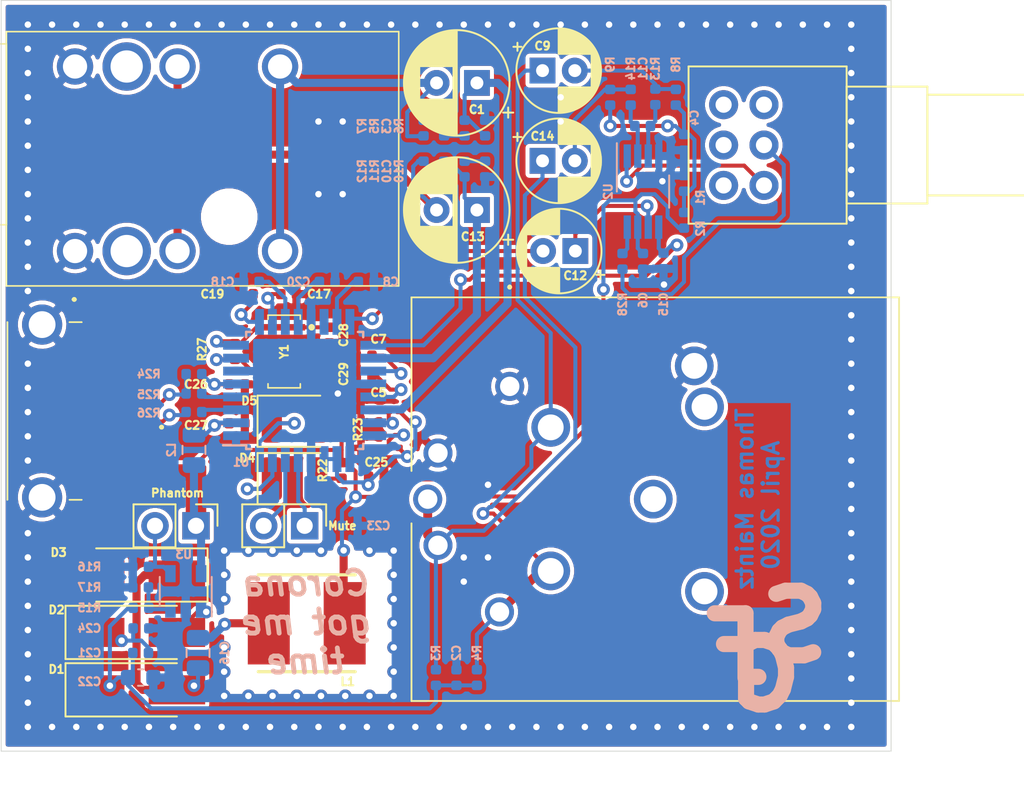
<source format=kicad_pcb>
(kicad_pcb (version 20171130) (host pcbnew "(5.1.5)-3")
  (title_block (title SoundGuyInterface) (date 2020-05-09))
  (layers (0 F.Cu signal hide) (31 B.Cu signal hide) (34 B.Paste user hide) (35 F.Paste user hide) (36 B.SilkS user) (37 F.SilkS user) (38 B.Mask user hide) (39 F.Mask user hide) (44 Edge.Cuts user))
  (net 0 "")
  (net 1 "Net-(C1-Pad2)")
  (net 2 "Net-(C1-Pad1)")
  (net 3 +48V)
  (net 4 GND)
  (net 5 "Net-(C3-Pad2)")
  (net 6 "Net-(C4-Pad1)")
  (net 7 "Net-(C5-Pad1)")
  (net 8 VBUS)
  (net 9 "Net-(C7-Pad2)")
  (net 10 "Net-(C8-Pad1)")
  (net 11 "Net-(C9-Pad2)")
  (net 12 /InHot)
  (net 13 "Net-(C10-Pad2)")
  (net 14 "Net-(C10-Pad1)")
  (net 15 "Net-(C11-Pad2)")
  (net 16 "Net-(C11-Pad1)")
  (net 17 "Net-(C12-Pad2)")
  (net 18 "Net-(C12-Pad1)")
  (net 19 "Net-(C13-Pad2)")
  (net 20 "Net-(C14-Pad2)")
  (net 21 /InCold)
  (net 22 "Net-(C15-Pad1)")
  (net 23 "Net-(C16-Pad2)")
  (net 24 "Net-(C16-Pad1)")
  (net 25 "Net-(C17-Pad1)")
  (net 26 "Net-(C18-Pad1)")
  (net 27 "Net-(C19-Pad1)")
  (net 28 "Net-(C20-Pad1)")
  (net 29 "Net-(C21-Pad1)")
  (net 30 "Net-(C25-Pad1)")
  (net 31 "Net-(C26-Pad2)")
  (net 32 "Net-(C27-Pad2)")
  (net 33 "Net-(C28-Pad1)")
  (net 34 "Net-(C29-Pad1)")
  (net 35 "Net-(D3-Pad2)")
  (net 36 "Net-(D4-Pad2)")
  (net 37 "Net-(D4-Pad1)")
  (net 38 "Net-(D5-Pad2)")
  (net 39 "Net-(D5-Pad1)")
  (net 40 "Net-(J1-PadMH2)")
  (net 41 "Net-(J1-PadMH1)")
  (net 42 "Net-(J2-Pad6)")
  (net 43 "Net-(J2-Pad5)")
  (net 44 "Net-(J2-Pad4)")
  (net 45 "Net-(J3-Pad4)")
  (net 46 "Net-(J3-Pad3)")
  (net 47 "Net-(J3-Pad2)")
  (net 48 "Net-(R15-Pad2)")
  (net 49 "Net-(R16-Pad1)")
  (net 50 "Net-(R18-Pad2)")
  (net 51 "Net-(R19-Pad2)")
  (net 52 "Net-(R25-Pad2)")
  (net 53 "Net-(R26-Pad2)")
  (net 54 "Net-(R28-Pad2)")
  (net 55 "Net-(R28-Pad1)")
  (net 56 "Net-(RV1-Pad1)")
  (net 57 "Net-(RV1-Pad3)")
  (net 58 "Net-(SW1-Pad2)")
  (net 59 "Net-(SW1-Pad1)")
  (module Connector_PinHeader_2.54mm:PinHeader_1x02_P2.54mm_Vertical (layer F.Cu) (at 145.415 82.042 270)
    (fp_text reference Phantom (at -2.032 1.143 180) (layer F.SilkS) (effects (font (size 0.5 0.5) (thickness 0.125))))
    (fp_text value SW_Push_Open)
    (pad 2 thru_hole oval (at 0 2.54 270) (size 1.7 1.7) (drill 1) (layers *.Cu *.Mask) (net 49 "Net-(R16-Pad1)"))
    (pad 1 thru_hole rect (at 0 0 270) (size 1.7 1.7) (drill 1) (layers *.Cu *.Mask) (net 8 VBUS))
  )
  (module Connector_PinHeader_2.54mm:PinHeader_1x02_P2.54mm_Vertical (layer F.Cu) (at 152.146 82.042 270)
    (fp_text reference Mute (at 0 -2.33 180) (layer F.SilkS) (effects (font (size 0.5 0.5) (thickness 0.125))))
    (fp_text value SW_Push_Open)
    (pad 2 thru_hole oval (at 0 2.54 270) (size 1.7 1.7) (drill 1) (layers *.Cu *.Mask) (net 58 "Net-(SW1-Pad2)"))
    (pad 1 thru_hole rect (at 0 0 270) (size 1.7 1.7) (drill 1) (layers *.Cu *.Mask) (net 59 "Net-(SW1-Pad1)"))
  )
  (module SamacSys_Parts:CSTNR6M00GH5L000R0 (layer F.Cu) (at 150.876 71.247 90)
    (fp_text reference Y1 (at 0 0 90) (layer F.SilkS) (effects (font (size 0.5 0.5) (thickness 0.125))))
    (fp_text value 6MHz hide)
    (pad 3 smd rect (at -1.5 0 90) (size 0.4 2.6) (layers F.Cu F.Paste F.Mask) (net 34 "Net-(C29-Pad1)"))
    (pad 2 smd rect (at 0 0 90) (size 0.4 2.6) (layers F.Cu F.Paste F.Mask) (net 4 GND))
    (pad 1 smd rect (at 1.5 0 90) (size 0.4 2.6) (layers F.Cu F.Paste F.Mask) (net 33 "Net-(C28-Pad1)"))
  )
  (module Package_TO_SOT_SMD:SOT-23-5 (layer B.Cu) (at 144.78 86.106 90)
    (fp_text reference U3 (at 2.286 -0.127) (layer B.SilkS) (effects (font (size 0.5 0.5) (thickness 0.125)) (justify mirror)))
    (fp_text value TPS61041DBV)
    (pad 5 smd rect (at 1.1 0.95 90) (size 1.06 0.65) (layers B.Cu B.Paste B.Mask) (net 8 VBUS))
    (pad 4 smd rect (at 1.1 -0.95 90) (size 1.06 0.65) (layers B.Cu B.Paste B.Mask) (net 49 "Net-(R16-Pad1)"))
    (pad 3 smd rect (at -1.1 -0.95 90) (size 1.06 0.65) (layers B.Cu B.Paste B.Mask) (net 48 "Net-(R15-Pad2)"))
    (pad 2 smd rect (at -1.1 0 90) (size 1.06 0.65) (layers B.Cu B.Paste B.Mask) (net 4 GND))
    (pad 1 smd rect (at -1.1 0.95 90) (size 1.06 0.65) (layers B.Cu B.Paste B.Mask) (net 35 "Net-(D3-Pad2)"))
  )
  (module Package_SO:VSSOP-8_3.0x3.0mm_P0.65mm (layer B.Cu) (at 173.101 61.341 270)
    (fp_text reference U2 (at 0 2.159 90) (layer B.SilkS) (effects (font (size 0.5 0.5) (thickness 0.125)) (justify mirror)))
    (fp_text value INA333)
    (pad 8 smd rect (at 2.2 0.975) (size 0.45 1.45) (layers B.Cu B.Paste B.Mask) (net 54 "Net-(R28-Pad2)"))
    (pad 7 smd rect (at 2.2 0.325) (size 0.45 1.45) (layers B.Cu B.Paste B.Mask) (net 8 VBUS))
    (pad 6 smd rect (at 2.2 -0.325) (size 0.45 1.45) (layers B.Cu B.Paste B.Mask) (net 18 "Net-(C12-Pad1)"))
    (pad 5 smd rect (at 2.2 -0.975) (size 0.45 1.45) (layers B.Cu B.Paste B.Mask) (net 22 "Net-(C15-Pad1)"))
    (pad 4 smd rect (at -2.2 -0.975) (size 0.45 1.45) (layers B.Cu B.Paste B.Mask) (net 4 GND))
    (pad 3 smd rect (at -2.2 -0.325) (size 0.45 1.45) (layers B.Cu B.Paste B.Mask) (net 16 "Net-(C11-Pad1)"))
    (pad 2 smd rect (at -2.2 0.325) (size 0.45 1.45) (layers B.Cu B.Paste B.Mask) (net 15 "Net-(C11-Pad2)"))
    (pad 1 smd rect (at -2.2 0.975) (size 0.45 1.45) (layers B.Cu B.Paste B.Mask) (net 56 "Net-(RV1-Pad1)"))
  )
  (module Package_QFP:TQFP-32_7x7mm_P0.8mm (layer B.Cu) (at 152.146 73.66)
    (fp_text reference U1 (at -3.937 4.445) (layer B.SilkS) (effects (font (size 0.5 0.5) (thickness 0.125)) (justify mirror)))
    (fp_text value PCM2912A)
    (pad 32 smd rect (at -2.8 4.25 270) (size 1.6 0.55) (layers B.Cu B.Paste B.Mask) (net 39 "Net-(D5-Pad1)"))
    (pad 31 smd rect (at -2 4.25 270) (size 1.6 0.55) (layers B.Cu B.Paste B.Mask) (net 37 "Net-(D4-Pad1)"))
    (pad 30 smd rect (at -1.2 4.25 270) (size 1.6 0.55) (layers B.Cu B.Paste B.Mask) (net 58 "Net-(SW1-Pad2)"))
    (pad 29 smd rect (at -0.4 4.25 270) (size 1.6 0.55) (layers B.Cu B.Paste B.Mask) (net 59 "Net-(SW1-Pad1)"))
    (pad 28 smd rect (at 0.4 4.25 270) (size 1.6 0.55) (layers B.Cu B.Paste B.Mask) (net 4 GND))
    (pad 27 smd rect (at 1.2 4.25 270) (size 1.6 0.55) (layers B.Cu B.Paste B.Mask) (net 30 "Net-(C25-Pad1)"))
    (pad 26 smd rect (at 2 4.25 270) (size 1.6 0.55) (layers B.Cu B.Paste B.Mask) (net 30 "Net-(C25-Pad1)"))
    (pad 25 smd rect (at 2.8 4.25 270) (size 1.6 0.55) (layers B.Cu B.Paste B.Mask) (net 4 GND))
    (pad 24 smd rect (at 4.25 2.8) (size 1.6 0.55) (layers B.Cu B.Paste B.Mask) (net 51 "Net-(R19-Pad2)"))
    (pad 23 smd rect (at 4.25 2) (size 1.6 0.55) (layers B.Cu B.Paste B.Mask) (net 50 "Net-(R18-Pad2)"))
    (pad 22 smd rect (at 4.25 1.2) (size 1.6 0.55) (layers B.Cu B.Paste B.Mask) (net 2 "Net-(C1-Pad1)"))
    (pad 21 smd rect (at 4.25 0.4) (size 1.6 0.55) (layers B.Cu B.Paste B.Mask) (net 7 "Net-(C5-Pad1)"))
    (pad 20 smd rect (at 4.25 -0.4) (size 1.6 0.55) (layers B.Cu B.Paste B.Mask) (net 4 GND))
    (pad 19 smd rect (at 4.25 -1.2) (size 1.6 0.55) (layers B.Cu B.Paste B.Mask) (net 9 "Net-(C7-Pad2)"))
    (pad 18 smd rect (at 4.25 -2) (size 1.6 0.55) (layers B.Cu B.Paste B.Mask) (net 13 "Net-(C10-Pad2)"))
    (pad 17 smd rect (at 4.25 -2.8) (size 1.6 0.55) (layers B.Cu B.Paste B.Mask) (net 22 "Net-(C15-Pad1)"))
    (pad 16 smd rect (at 2.8 -4.25 270) (size 1.6 0.55) (layers B.Cu B.Paste B.Mask) (net 17 "Net-(C12-Pad2)"))
    (pad 15 smd rect (at 2 -4.25 270) (size 1.6 0.55) (layers B.Cu B.Paste B.Mask) (net 10 "Net-(C8-Pad1)"))
    (pad 14 smd rect (at 1.2 -4.25 270) (size 1.6 0.55) (layers B.Cu B.Paste B.Mask))
    (pad 13 smd rect (at 0.4 -4.25 270) (size 1.6 0.55) (layers B.Cu B.Paste B.Mask) (net 4 GND))
    (pad 12 smd rect (at -0.4 -4.25 270) (size 1.6 0.55) (layers B.Cu B.Paste B.Mask) (net 28 "Net-(C20-Pad1)"))
    (pad 11 smd rect (at -1.2 -4.25 270) (size 1.6 0.55) (layers B.Cu B.Paste B.Mask) (net 26 "Net-(C18-Pad1)"))
    (pad 10 smd rect (at -2 -4.25 270) (size 1.6 0.55) (layers B.Cu B.Paste B.Mask) (net 25 "Net-(C17-Pad1)"))
    (pad 9 smd rect (at -2.8 -4.25 270) (size 1.6 0.55) (layers B.Cu B.Paste B.Mask) (net 27 "Net-(C19-Pad1)"))
    (pad 8 smd rect (at -4.25 -2.8) (size 1.6 0.55) (layers B.Cu B.Paste B.Mask) (net 33 "Net-(C28-Pad1)"))
    (pad 7 smd rect (at -4.25 -2) (size 1.6 0.55) (layers B.Cu B.Paste B.Mask) (net 34 "Net-(C29-Pad1)"))
    (pad 6 smd rect (at -4.25 -1.2) (size 1.6 0.55) (layers B.Cu B.Paste B.Mask) (net 4 GND))
    (pad 5 smd rect (at -4.25 -0.4) (size 1.6 0.55) (layers B.Cu B.Paste B.Mask) (net 31 "Net-(C26-Pad2)"))
    (pad 4 smd rect (at -4.25 0.4) (size 1.6 0.55) (layers B.Cu B.Paste B.Mask) (net 52 "Net-(R25-Pad2)"))
    (pad 3 smd rect (at -4.25 1.2) (size 1.6 0.55) (layers B.Cu B.Paste B.Mask) (net 53 "Net-(R26-Pad2)"))
    (pad 2 smd rect (at -4.25 2) (size 1.6 0.55) (layers B.Cu B.Paste B.Mask) (net 32 "Net-(C27-Pad2)"))
    (pad 1 smd rect (at -4.25 2.8) (size 1.6 0.55) (layers B.Cu B.Paste B.Mask) (net 4 GND))
  )
  (module Potentiometer_THT:Potentiometer_Alps_RK097_Dual_Horizontal (layer F.Cu) (at 180.594 60.96)
    (fp_text reference RV1 hide)
    (fp_text value R_POT_Small)
    (pad 4 thru_hole circle (at -2.5 0) (size 1.8 1.8) (drill 1) (layers *.Cu *.Mask))
    (pad 5 thru_hole circle (at -2.5 -2.5) (size 1.8 1.8) (drill 1) (layers *.Cu *.Mask))
    (pad 6 thru_hole circle (at -2.5 -5) (size 1.8 1.8) (drill 1) (layers *.Cu *.Mask))
    (pad 1 thru_hole circle (at 0 0) (size 1.8 1.8) (drill 1) (layers *.Cu *.Mask) (net 56 "Net-(RV1-Pad1)"))
    (pad 2 thru_hole circle (at 0 -2.5) (size 1.8 1.8) (drill 1) (layers *.Cu *.Mask) (net 55 "Net-(R28-Pad1)"))
    (pad 3 thru_hole circle (at 0 -5) (size 1.8 1.8) (drill 1) (layers *.Cu *.Mask) (net 57 "Net-(RV1-Pad3)"))
  )
  (module Resistor_SMD:R_0402_1005Metric (layer B.Cu) (at 171.831 65.659 90)
    (fp_text reference R28 (at -2.667 0 90) (layer B.SilkS) (effects (font (size 0.5 0.5) (thickness 0.125)) (justify mirror)))
    (fp_text value 20k)
    (pad 2 smd roundrect (at 0.485 0 90) (size 0.59 0.64) (layers B.Cu B.Paste B.Mask) (net 54 "Net-(R28-Pad2)"))
    (pad 1 smd roundrect (at -0.485 0 90) (size 0.59 0.64) (layers B.Cu B.Paste B.Mask) (net 55 "Net-(R28-Pad1)"))
  )
  (module Resistor_SMD:R_0402_1005Metric (layer F.Cu) (at 147.828 71.247 90)
    (fp_text reference R27 (at 0.127 -2.032 90) (layer F.SilkS) (effects (font (size 0.5 0.5) (thickness 0.125))))
    (fp_text value 1M)
    (pad 2 smd roundrect (at 0.485 0 90) (size 0.59 0.64) (layers F.Cu F.Paste F.Mask) (net 33 "Net-(C28-Pad1)"))
    (pad 1 smd roundrect (at -0.485 0 90) (size 0.59 0.64) (layers F.Cu F.Paste F.Mask) (net 34 "Net-(C29-Pad1)"))
  )
  (module Resistor_SMD:R_0402_1005Metric (layer B.Cu) (at 145.288 74.9935)
    (fp_text reference R26 (at -2.794 0.0635) (layer B.SilkS) (effects (font (size 0.5 0.5) (thickness 0.125)) (justify mirror)))
    (fp_text value 22)
    (pad 2 smd roundrect (at 0.485 0) (size 0.59 0.64) (layers B.Cu B.Paste B.Mask) (net 53 "Net-(R26-Pad2)"))
    (pad 1 smd roundrect (at -0.485 0) (size 0.59 0.64) (layers B.Cu B.Paste B.Mask) (net 47 "Net-(J3-Pad2)"))
  )
  (module Resistor_SMD:R_0402_1005Metric (layer B.Cu) (at 145.288 73.8505)
    (fp_text reference R25 (at -2.794 0.0635) (layer B.SilkS) (effects (font (size 0.5 0.5) (thickness 0.125)) (justify mirror)))
    (fp_text value 22)
    (pad 2 smd roundrect (at 0.485 0) (size 0.59 0.64) (layers B.Cu B.Paste B.Mask) (net 52 "Net-(R25-Pad2)"))
    (pad 1 smd roundrect (at -0.485 0) (size 0.59 0.64) (layers B.Cu B.Paste B.Mask) (net 46 "Net-(J3-Pad3)"))
  )
  (module Resistor_SMD:R_0402_1005Metric (layer B.Cu) (at 145.288 72.644)
    (fp_text reference R24 (at -2.794 0) (layer B.SilkS) (effects (font (size 0.5 0.5) (thickness 0.125)) (justify mirror)))
    (fp_text value 1k5)
    (pad 2 smd roundrect (at 0.485 0) (size 0.59 0.64) (layers B.Cu B.Paste B.Mask) (net 31 "Net-(C26-Pad2)"))
    (pad 1 smd roundrect (at -0.485 0) (size 0.59 0.64) (layers B.Cu B.Paste B.Mask) (net 46 "Net-(J3-Pad3)"))
  )
  (module Resistor_SMD:R_0402_1005Metric (layer F.Cu) (at 154.432 76.05 270)
    (fp_text reference R23 (at 0.023 -1.016 90) (layer F.SilkS) (effects (font (size 0.5 0.5) (thickness 0.125))))
    (fp_text value 1k)
    (pad 2 smd roundrect (at 0.485 0 270) (size 0.59 0.64) (layers F.Cu F.Paste F.Mask) (net 8 VBUS))
    (pad 1 smd roundrect (at -0.485 0 270) (size 0.59 0.64) (layers F.Cu F.Paste F.Mask) (net 38 "Net-(D5-Pad2)"))
  )
  (module Resistor_SMD:R_0402_1005Metric (layer F.Cu) (at 154.432 78.613 90)
    (fp_text reference R22 (at 0 -1.17 90) (layer F.SilkS) (effects (font (size 0.5 0.5) (thickness 0.125))))
    (fp_text value 1k)
    (pad 2 smd roundrect (at 0.485 0 90) (size 0.59 0.64) (layers F.Cu F.Paste F.Mask) (net 8 VBUS))
    (pad 1 smd roundrect (at -0.485 0 90) (size 0.59 0.64) (layers F.Cu F.Paste F.Mask) (net 36 "Net-(D4-Pad2)"))
  )
  (module Resistor_SMD:R_0201_0603Metric (layer F.Cu) (at 155.956 77.216 180)
    (fp_text reference R21 hide)
    (fp_text value "0 DNP")
    (pad 2 smd roundrect (at 0.32 0 180) (size 0.46 0.4) (layers F.Cu F.Mask) (net 4 GND))
    (pad 1 smd roundrect (at -0.32 0 180) (size 0.46 0.4) (layers F.Cu F.Mask) (net 51 "Net-(R19-Pad2)"))
  )
  (module Resistor_SMD:R_0201_0603Metric (layer F.Cu) (at 155.956 74.93 180)
    (fp_text reference R20 hide)
    (fp_text value "0 DNP")
    (pad 2 smd roundrect (at 0.32 0 180) (size 0.46 0.4) (layers F.Cu F.Mask) (net 4 GND))
    (pad 1 smd roundrect (at -0.32 0 180) (size 0.46 0.4) (layers F.Cu F.Mask) (net 50 "Net-(R18-Pad2)"))
  )
  (module Resistor_SMD:R_0201_0603Metric (layer F.Cu) (at 157.673 77.216 180)
    (fp_text reference R19 hide)
    (fp_text value "0 DNP")
    (pad 2 smd roundrect (at 0.32 0 180) (size 0.46 0.4) (layers F.Cu F.Mask) (net 51 "Net-(R19-Pad2)"))
    (pad 1 smd roundrect (at -0.32 0 180) (size 0.46 0.4) (layers F.Cu F.Mask) (net 30 "Net-(C25-Pad1)"))
  )
  (module Resistor_SMD:R_0201_0603Metric (layer F.Cu) (at 157.673 74.93 180)
    (fp_text reference R18 hide)
    (fp_text value "0 DNP")
    (pad 2 smd roundrect (at 0.32 0 180) (size 0.46 0.4) (layers F.Cu F.Mask) (net 50 "Net-(R18-Pad2)"))
    (pad 1 smd roundrect (at -0.32 0 180) (size 0.46 0.4) (layers F.Cu F.Mask) (net 30 "Net-(C25-Pad1)"))
  )
  (module Resistor_SMD:R_0402_1005Metric (layer B.Cu) (at 141.986 85.852 180)
    (fp_text reference R17 (at 3.175 0) (layer B.SilkS) (effects (font (size 0.5 0.5) (thickness 0.125)) (justify mirror)))
    (fp_text value 27k)
    (pad 2 smd roundrect (at 0.485 0 180) (size 0.59 0.64) (layers B.Cu B.Paste B.Mask) (net 4 GND))
    (pad 1 smd roundrect (at -0.485 0 180) (size 0.59 0.64) (layers B.Cu B.Paste B.Mask) (net 48 "Net-(R15-Pad2)"))
  )
  (module Resistor_SMD:R_0402_1005Metric (layer B.Cu) (at 141.986 84.582 180)
    (fp_text reference R16 (at 3.175 0) (layer B.SilkS) (effects (font (size 0.5 0.5) (thickness 0.125)) (justify mirror)))
    (fp_text value 6k8)
    (pad 2 smd roundrect (at 0.485 0 180) (size 0.59 0.64) (layers B.Cu B.Paste B.Mask) (net 4 GND))
    (pad 1 smd roundrect (at -0.485 0 180) (size 0.59 0.64) (layers B.Cu B.Paste B.Mask) (net 49 "Net-(R16-Pad1)"))
  )
  (module Resistor_SMD:R_0402_1005Metric (layer B.Cu) (at 142.009 87.122)
    (fp_text reference R15 (at -3.198 0) (layer B.SilkS) (effects (font (size 0.5 0.5) (thickness 0.125)) (justify mirror)))
    (fp_text value 1M)
    (pad 2 smd roundrect (at 0.485 0) (size 0.59 0.64) (layers B.Cu B.Paste B.Mask) (net 48 "Net-(R15-Pad2)"))
    (pad 1 smd roundrect (at -0.485 0) (size 0.59 0.64) (layers B.Cu B.Paste B.Mask) (net 3 +48V))
  )
  (module Resistor_SMD:R_0402_1005Metric (layer B.Cu) (at 172.339 55.499 90)
    (fp_text reference R14 (at 1.778 0 90) (layer B.SilkS) (effects (font (size 0.5 0.5) (thickness 0.125)) (justify mirror)))
    (fp_text value 1k)
    (pad 2 smd roundrect (at 0.485 0 90) (size 0.59 0.64) (layers B.Cu B.Paste B.Mask) (net 20 "Net-(C14-Pad2)"))
    (pad 1 smd roundrect (at -0.485 0 90) (size 0.59 0.64) (layers B.Cu B.Paste B.Mask) (net 15 "Net-(C11-Pad2)"))
  )
  (module Resistor_SMD:R_0402_1005Metric (layer B.Cu) (at 173.863 55.476 90)
    (fp_text reference R13 (at 1.755 0 90) (layer B.SilkS) (effects (font (size 0.5 0.5) (thickness 0.125)) (justify mirror)))
    (fp_text value 1k)
    (pad 2 smd roundrect (at 0.485 0 90) (size 0.59 0.64) (layers B.Cu B.Paste B.Mask) (net 11 "Net-(C9-Pad2)"))
    (pad 1 smd roundrect (at -0.485 0 90) (size 0.59 0.64) (layers B.Cu B.Paste B.Mask) (net 16 "Net-(C11-Pad1)"))
  )
  (module Resistor_SMD:R_0402_1005Metric (layer B.Cu) (at 159.512 59.944 90)
    (fp_text reference R12 (at -0.127 -3.81 90) (layer B.SilkS) (effects (font (size 0.5 0.5) (thickness 0.125)) (justify mirror)))
    (fp_text value 3k3)
    (pad 2 smd roundrect (at 0.485 0 90) (size 0.59 0.64) (layers B.Cu B.Paste B.Mask) (net 19 "Net-(C13-Pad2)"))
    (pad 1 smd roundrect (at -0.485 0 90) (size 0.59 0.64) (layers B.Cu B.Paste B.Mask) (net 4 GND))
  )
  (module Resistor_SMD:R_0402_1005Metric (layer B.Cu) (at 160.782 59.944 90)
    (fp_text reference R11 (at -0.127 -4.318 90) (layer B.SilkS) (effects (font (size 0.5 0.5) (thickness 0.125)) (justify mirror)))
    (fp_text value 3k3)
    (pad 2 smd roundrect (at 0.485 0 90) (size 0.59 0.64) (layers B.Cu B.Paste B.Mask) (net 13 "Net-(C10-Pad2)"))
    (pad 1 smd roundrect (at -0.485 0 90) (size 0.59 0.64) (layers B.Cu B.Paste B.Mask) (net 4 GND))
  )
  (module Resistor_SMD:R_0402_1005Metric (layer B.Cu) (at 163.322 59.944 90)
    (fp_text reference R10 (at -0.127 -5.334 90) (layer B.SilkS) (effects (font (size 0.5 0.5) (thickness 0.125)) (justify mirror)))
    (fp_text value 18)
    (pad 2 smd roundrect (at 0.485 0 90) (size 0.59 0.64) (layers B.Cu B.Paste B.Mask) (net 14 "Net-(C10-Pad1)"))
    (pad 1 smd roundrect (at -0.485 0 90) (size 0.59 0.64) (layers B.Cu B.Paste B.Mask) (net 4 GND))
  )
  (module Resistor_SMD:R_0402_1005Metric (layer B.Cu) (at 171.069 55.499 90)
    (fp_text reference R9 (at 2.032 0 90) (layer B.SilkS) (effects (font (size 0.5 0.5) (thickness 0.125)) (justify mirror)))
    (fp_text value 47k)
    (pad 2 smd roundrect (at 0.485 0 90) (size 0.59 0.64) (layers B.Cu B.Paste B.Mask) (net 20 "Net-(C14-Pad2)"))
    (pad 1 smd roundrect (at -0.485 0 90) (size 0.59 0.64) (layers B.Cu B.Paste B.Mask) (net 6 "Net-(C4-Pad1)"))
  )
  (module Resistor_SMD:R_0402_1005Metric (layer B.Cu) (at 175.133 55.499 90)
    (fp_text reference R8 (at 2.032 0 90) (layer B.SilkS) (effects (font (size 0.5 0.5) (thickness 0.125)) (justify mirror)))
    (fp_text value 47k)
    (pad 2 smd roundrect (at 0.485 0 90) (size 0.59 0.64) (layers B.Cu B.Paste B.Mask) (net 11 "Net-(C9-Pad2)"))
    (pad 1 smd roundrect (at -0.485 0 90) (size 0.59 0.64) (layers B.Cu B.Paste B.Mask) (net 6 "Net-(C4-Pad1)"))
  )
  (module Resistor_SMD:R_0402_1005Metric (layer B.Cu) (at 159.512 57.404 90)
    (fp_text reference R7 (at 0.127 -3.81 90) (layer B.SilkS) (effects (font (size 0.5 0.5) (thickness 0.125)) (justify mirror)))
    (fp_text value 3k3)
    (pad 2 smd roundrect (at 0.485 0 90) (size 0.59 0.64) (layers B.Cu B.Paste B.Mask) (net 4 GND))
    (pad 1 smd roundrect (at -0.485 0 90) (size 0.59 0.64) (layers B.Cu B.Paste B.Mask) (net 1 "Net-(C1-Pad2)"))
  )
  (module Resistor_SMD:R_0402_1005Metric (layer B.Cu) (at 163.322 57.404 90)
    (fp_text reference R6 (at 0.127 -5.334 90) (layer B.SilkS) (effects (font (size 0.5 0.5) (thickness 0.125)) (justify mirror)))
    (fp_text value 3k3)
    (pad 2 smd roundrect (at 0.485 0 90) (size 0.59 0.64) (layers B.Cu B.Paste B.Mask) (net 4 GND))
    (pad 1 smd roundrect (at -0.485 0 90) (size 0.59 0.64) (layers B.Cu B.Paste B.Mask) (net 2 "Net-(C1-Pad1)"))
  )
  (module Resistor_SMD:R_0402_1005Metric (layer B.Cu) (at 160.782 57.404 90)
    (fp_text reference R5 (at 0.127 -4.318 90) (layer B.SilkS) (effects (font (size 0.5 0.5) (thickness 0.125)) (justify mirror)))
    (fp_text value 18)
    (pad 2 smd roundrect (at 0.485 0 90) (size 0.59 0.64) (layers B.Cu B.Paste B.Mask) (net 4 GND))
    (pad 1 smd roundrect (at -0.485 0 90) (size 0.59 0.64) (layers B.Cu B.Paste B.Mask) (net 5 "Net-(C3-Pad2)"))
  )
  (module Resistor_SMD:R_0402_1005Metric (layer B.Cu) (at 162.814 91.44 90)
    (fp_text reference R4 (at 1.524 0 270) (layer B.SilkS) (effects (font (size 0.5 0.5) (thickness 0.125)) (justify mirror)))
    (fp_text value 6k8)
    (pad 2 smd roundrect (at 0.485 0 90) (size 0.59 0.64) (layers B.Cu B.Paste B.Mask) (net 12 /InHot))
    (pad 1 smd roundrect (at -0.485 0 90) (size 0.59 0.64) (layers B.Cu B.Paste B.Mask) (net 3 +48V))
  )
  (module Resistor_SMD:R_0402_1005Metric (layer B.Cu) (at 160.274 91.44 90)
    (fp_text reference R3 (at 1.524 0 270) (layer B.SilkS) (effects (font (size 0.5 0.5) (thickness 0.125)) (justify mirror)))
    (fp_text value 6k8)
    (pad 2 smd roundrect (at 0.485 0 90) (size 0.59 0.64) (layers B.Cu B.Paste B.Mask) (net 21 /InCold))
    (pad 1 smd roundrect (at -0.485 0 90) (size 0.59 0.64) (layers B.Cu B.Paste B.Mask) (net 3 +48V))
  )
  (module Resistor_SMD:R_0402_1005Metric (layer B.Cu) (at 175.641 63.119 90)
    (fp_text reference R2 (at -0.508 1.016 90) (layer B.SilkS) (effects (font (size 0.5 0.5) (thickness 0.125)) (justify mirror)))
    (fp_text value 1k)
    (pad 2 smd roundrect (at 0.485 0 90) (size 0.59 0.64) (layers B.Cu B.Paste B.Mask) (net 6 "Net-(C4-Pad1)"))
    (pad 1 smd roundrect (at -0.485 0 90) (size 0.59 0.64) (layers B.Cu B.Paste B.Mask) (net 8 VBUS))
  )
  (module Resistor_SMD:R_0402_1005Metric (layer B.Cu) (at 175.641 60.833 90)
    (fp_text reference R1 (at -0.889 1.016 90) (layer B.SilkS) (effects (font (size 0.5 0.5) (thickness 0.125)) (justify mirror)))
    (fp_text value 1k)
    (pad 2 smd roundrect (at 0.485 0 90) (size 0.59 0.64) (layers B.Cu B.Paste B.Mask) (net 4 GND))
    (pad 1 smd roundrect (at -0.485 0 90) (size 0.59 0.64) (layers B.Cu B.Paste B.Mask) (net 6 "Net-(C4-Pad1)"))
  )
  (module Inductor_SMD:L_0805_2012Metric (layer B.Cu) (at 145.288 77.343 90)
    (fp_text reference L2 (at 0 -1.397 90) (layer B.SilkS) (effects (font (size 0.5 0.5) (thickness 0.125)) (justify mirror)))
    (fp_text value 1u)
    (pad 2 smd roundrect (at 0.9375 0 90) (size 0.975 1.4) (layers B.Cu B.Paste B.Mask) (net 32 "Net-(C27-Pad2)"))
    (pad 1 smd roundrect (at -0.9375 0 90) (size 0.975 1.4) (layers B.Cu B.Paste B.Mask) (net 8 VBUS))
  )
  (module SamacSys_Parts:INDPM6060X450N (layer F.Cu) (at 152.273 88.078 180)
    (fp_text reference L1 (at -2.54 -3.616) (layer F.SilkS) (effects (font (size 0.5 0.5) (thickness 0.125))))
    (fp_text value 22u hide)
    (pad 2 smd rect (at 2.35 0 180) (size 2.6 5.1) (layers F.Cu F.Paste F.Mask) (net 23 "Net-(C16-Pad2)"))
    (pad 1 smd rect (at -2.35 0 180) (size 2.6 5.1) (layers F.Cu F.Paste F.Mask) (net 8 VBUS))
  )
  (module SamacSys_Parts:UJ2MIBH4MSMTTR (layer F.Cu) (at 140.208 74.93)
    (fp_text reference J3 hide)
    (fp_text value UJ2-MIBH-4-MSMT-TR hide)
    (pad MP4 smd rect (at -0.275 -5.2 90) (size 1.6 2.2) (layers F.Cu F.Paste F.Mask) (net 4 GND))
    (pad MP3 smd rect (at 1.875 -2.1) (size 1.5 1.6) (layers F.Cu F.Paste F.Mask) (net 4 GND))
    (pad MP2 smd rect (at 1.875 2.1) (size 1.5 1.6) (layers F.Cu F.Paste F.Mask) (net 4 GND))
    (pad MP1 smd rect (at -0.275 5.2 90) (size 1.6 2.2) (layers F.Cu F.Paste F.Mask) (net 4 GND))
    (pad MH2 thru_hole circle (at -4.325 -5.35) (size 2.49 2.49) (drill 1.66) (layers *.Cu *.Mask) (net 4 GND))
    (pad MH1 thru_hole circle (at -4.325 5.35) (size 2.49 2.49) (drill 1.66) (layers *.Cu *.Mask) (net 4 GND))
    (pad 5 smd rect (at 0 -1.3 90) (size 0.4 1.25) (layers F.Cu F.Paste F.Mask) (net 4 GND))
    (pad 4 smd rect (at 0 -0.65 90) (size 0.4 1.25) (layers F.Cu F.Paste F.Mask) (net 45 "Net-(J3-Pad4)"))
    (pad 3 smd rect (at 0 0 90) (size 0.4 1.25) (layers F.Cu F.Paste F.Mask) (net 46 "Net-(J3-Pad3)"))
    (pad 2 smd rect (at 0 0.65 90) (size 0.4 1.25) (layers F.Cu F.Paste F.Mask) (net 47 "Net-(J3-Pad2)"))
    (pad 1 smd rect (at 0 1.3 90) (size 0.4 1.25) (layers F.Cu F.Paste F.Mask) (net 8 VBUS))
  )
  (module SamacSys_Parts:NCJ6FAH0 (layer F.Cu) (at 164.846 73.406 270)
    (fp_text reference J2 hide)
    (fp_text value NCJ6FA-H-0 hide)
    (pad T2 thru_hole circle (at 11.43 -2.54 270) (size 2.4 2.4) (drill 1.6) (layers *.Cu *.Mask) (net 12 /InHot))
    (pad T1 thru_hole circle (at 2.54 -2.54 270) (size 2.4 2.4) (drill 1.6) (layers *.Cu *.Mask) (net 12 /InHot))
    (pad S1 thru_hole circle (at 4.128 4.445 270) (size 1.8 1.8) (drill 1.2) (layers *.Cu *.Mask) (net 4 GND))
    (pad R1 thru_hole circle (at 9.843 4.445 270) (size 1.8 1.8) (drill 1.2) (layers *.Cu *.Mask) (net 21 /InCold))
    (pad G1 thru_hole circle (at -1.27 -11.43 270) (size 2.4 2.4) (drill 1.6) (layers *.Cu *.Mask) (net 4 GND))
    (pad 6 thru_hole circle (at 6.985 -8.89 270) (size 2.4 2.4) (drill 1.6) (layers *.Cu *.Mask) (net 42 "Net-(J2-Pad6)"))
    (pad 5 thru_hole circle (at 12.7 -12.065 270) (size 2.4 2.4) (drill 1.6) (layers *.Cu *.Mask) (net 43 "Net-(J2-Pad5)"))
    (pad 4 thru_hole circle (at 1.27 -12.065 270) (size 2.4 2.4) (drill 1.6) (layers *.Cu *.Mask) (net 44 "Net-(J2-Pad4)"))
    (pad 3 thru_hole circle (at 6.985 5.08 270) (size 1.8 1.8) (drill 1.2) (layers *.Cu *.Mask) (net 21 /InCold))
    (pad 2 thru_hole circle (at 13.97 0.635 270) (size 1.8 1.8) (drill 1.2) (layers *.Cu *.Mask) (net 12 /InHot))
    (pad 1 thru_hole circle (at 0 0 270) (size 1.8 1.8) (drill 1.2) (layers *.Cu *.Mask) (net 4 GND))
  )
  (module SamacSys_Parts:NRJ6HF1 (layer F.Cu) (at 137.922 65.024 180)
    (fp_text reference J1 hide)
    (fp_text value NRJ6HF-1 hide)
    (pad MH3 np_thru_hole circle (at -9.55 2.13 180) (size 3 0) (drill 3) (layers *.Cu *.Mask))
    (pad MH2 thru_hole circle (at -3.2 11.43 180) (size 3 3) (drill 2) (layers *.Cu *.Mask) (net 40 "Net-(J1-PadMH2)"))
    (pad MH1 thru_hole circle (at -3.2 0 180) (size 3 3) (drill 2) (layers *.Cu *.Mask) (net 41 "Net-(J1-PadMH1)"))
    (pad 6 thru_hole circle (at 0 11.43 180) (size 2.25 2.25) (drill 1.5) (layers *.Cu *.Mask) (net 4 GND))
    (pad 5 thru_hole circle (at -6.35 11.43 180) (size 2.25 2.25) (drill 1.5) (layers *.Cu *.Mask) (net 19 "Net-(C13-Pad2)"))
    (pad 4 thru_hole circle (at -12.7 11.43 180) (size 2.25 2.25) (drill 1.5) (layers *.Cu *.Mask) (net 1 "Net-(C1-Pad2)"))
    (pad 3 thru_hole circle (at -12.7 0 180) (size 2.25 2.25) (drill 1.5) (layers *.Cu *.Mask) (net 1 "Net-(C1-Pad2)"))
    (pad 2 thru_hole circle (at -6.35 0 180) (size 2.25 2.25) (drill 1.5) (layers *.Cu *.Mask) (net 19 "Net-(C13-Pad2)"))
    (pad 1 thru_hole circle (at 0 0 180) (size 2.25 2.25) (drill 1.5) (layers *.Cu *.Mask) (net 4 GND))
  )
  (module Diode_SMD:D_1210_3225Metric (layer F.Cu) (at 151.511 75.565)
    (fp_text reference D5 (at -2.794 -1.27) (layer F.SilkS) (effects (font (size 0.5 0.5) (thickness 0.125))))
    (fp_text value Green)
    (pad 2 smd roundrect (at 1.4 0) (size 1.25 2.65) (layers F.Cu F.Paste F.Mask) (roundrect_rratio 0.2) (net 38 "Net-(D5-Pad2)"))
    (pad 1 smd roundrect (at -1.4 0) (size 1.25 2.65) (layers F.Cu F.Paste F.Mask) (roundrect_rratio 0.2) (net 39 "Net-(D5-Pad1)"))
  )
  (module Diode_SMD:D_1210_3225Metric (layer F.Cu) (at 151.514 79.121)
    (fp_text reference D4 (at -2.924 -1.27 180) (layer F.SilkS) (effects (font (size 0.5 0.5) (thickness 0.125))))
    (fp_text value Red)
    (pad 2 smd roundrect (at 1.4 0) (size 1.25 2.65) (layers F.Cu F.Paste F.Mask) (roundrect_rratio 0.2) (net 36 "Net-(D4-Pad2)"))
    (pad 1 smd roundrect (at -1.4 0) (size 1.25 2.65) (layers F.Cu F.Paste F.Mask) (roundrect_rratio 0.2) (net 37 "Net-(D4-Pad1)"))
  )
  (module Diode_SMD:D_SMA_Handsoldering (layer F.Cu) (at 141.732 88.646)
    (fp_text reference D3 (at -4.826 -4.953) (layer F.SilkS) (effects (font (size 0.5 0.5) (thickness 0.125))))
    (fp_text value D_Schottky_Small_ALT)
    (pad 2 smd rect (at 2.5 0) (size 3.5 1.8) (layers F.Cu F.Paste F.Mask) (net 35 "Net-(D3-Pad2)"))
    (pad 1 smd rect (at -2.5 0) (size 3.5 1.8) (layers F.Cu F.Paste F.Mask) (net 29 "Net-(C21-Pad1)"))
  )
  (module Diode_SMD:D_SMA_Handsoldering (layer F.Cu) (at 141.732 85.09 180)
    (fp_text reference D2 (at 4.953 -2.159) (layer F.SilkS) (effects (font (size 0.5 0.5) (thickness 0.125))))
    (fp_text value D_Schottky_Small_ALT)
    (pad 2 smd rect (at 2.5 0 180) (size 3.5 1.8) (layers F.Cu F.Paste F.Mask) (net 29 "Net-(C21-Pad1)"))
    (pad 1 smd rect (at -2.5 0 180) (size 3.5 1.8) (layers F.Cu F.Paste F.Mask) (net 24 "Net-(C16-Pad1)"))
  )
  (module Diode_SMD:D_SMA_Handsoldering (layer F.Cu) (at 141.732 92.202)
    (fp_text reference D1 (at -4.953 -1.27) (layer F.SilkS) (effects (font (size 0.5 0.5) (thickness 0.125))))
    (fp_text value D_Schottky_Small_ALT)
    (pad 2 smd rect (at 2.5 0) (size 3.5 1.8) (layers F.Cu F.Paste F.Mask) (net 24 "Net-(C16-Pad1)"))
    (pad 1 smd rect (at -2.5 0) (size 3.5 1.8) (layers F.Cu F.Paste F.Mask) (net 3 +48V))
  )
  (module Capacitor_SMD:C_0402_1005Metric (layer F.Cu) (at 153.67 72.263 90)
    (fp_text reference C29 (at -0.381 0.889 270) (layer F.SilkS) (effects (font (size 0.5 0.5) (thickness 0.125))))
    (fp_text value 39p)
    (pad 2 smd roundrect (at 0.485 0 90) (size 0.59 0.64) (layers F.Cu F.Paste F.Mask) (net 4 GND))
    (pad 1 smd roundrect (at -0.485 0 90) (size 0.59 0.64) (layers F.Cu F.Paste F.Mask) (net 34 "Net-(C29-Pad1)"))
  )
  (module Capacitor_SMD:C_0402_1005Metric (layer F.Cu) (at 153.67 70.231 270)
    (fp_text reference C28 (at 0 -0.889 270) (layer F.SilkS) (effects (font (size 0.5 0.5) (thickness 0.125))))
    (fp_text value 39p)
    (pad 2 smd roundrect (at 0.485 0 270) (size 0.59 0.64) (layers F.Cu F.Paste F.Mask) (net 4 GND))
    (pad 1 smd roundrect (at -0.485 0 270) (size 0.59 0.64) (layers F.Cu F.Paste F.Mask) (net 33 "Net-(C28-Pad1)"))
  )
  (module Capacitor_SMD:C_0402_1005Metric (layer F.Cu) (at 147.955 75.692 180)
    (fp_text reference C27 (at 2.54 -0.127) (layer F.SilkS) (effects (font (size 0.5 0.5) (thickness 0.125))))
    (fp_text value 1u)
    (pad 2 smd roundrect (at 0.485 0 180) (size 0.59 0.64) (layers F.Cu F.Paste F.Mask) (net 32 "Net-(C27-Pad2)"))
    (pad 1 smd roundrect (at -0.485 0 180) (size 0.59 0.64) (layers F.Cu F.Paste F.Mask) (net 4 GND))
  )
  (module Capacitor_SMD:C_0402_1005Metric (layer F.Cu) (at 147.955 73.279 180)
    (fp_text reference C26 (at 2.54 0) (layer F.SilkS) (effects (font (size 0.5 0.5) (thickness 0.125))))
    (fp_text value 1u)
    (pad 2 smd roundrect (at 0.485 0 180) (size 0.59 0.64) (layers F.Cu F.Paste F.Mask) (net 31 "Net-(C26-Pad2)"))
    (pad 1 smd roundrect (at -0.485 0 180) (size 0.59 0.64) (layers F.Cu F.Paste F.Mask) (net 4 GND))
  )
  (module Capacitor_SMD:C_0402_1005Metric (layer F.Cu) (at 156.591 78.994)
    (fp_text reference C25 (at 0 -0.889) (layer F.SilkS) (effects (font (size 0.5 0.5) (thickness 0.125))))
    (fp_text value 1u)
    (pad 2 smd roundrect (at 0.485 0) (size 0.59 0.64) (layers F.Cu F.Paste F.Mask) (net 4 GND))
    (pad 1 smd roundrect (at -0.485 0) (size 0.59 0.64) (layers F.Cu F.Paste F.Mask) (net 30 "Net-(C25-Pad1)"))
  )
  (module Capacitor_SMD:C_0402_1005Metric (layer B.Cu) (at 142.009 88.392 180)
    (fp_text reference C24 (at 3.198 0) (layer B.SilkS) (effects (font (size 0.5 0.5) (thickness 0.125)) (justify mirror)))
    (fp_text value 4u7)
    (pad 2 smd roundrect (at 0.485 0 180) (size 0.59 0.64) (layers B.Cu B.Paste B.Mask) (net 29 "Net-(C21-Pad1)"))
    (pad 1 smd roundrect (at -0.485 0 180) (size 0.59 0.64) (layers B.Cu B.Paste B.Mask) (net 4 GND))
  )
  (module Capacitor_SMD:C_0402_1005Metric (layer B.Cu) (at 154.94 82.042 180)
    (fp_text reference C23 (at -1.778 0 180) (layer B.SilkS) (effects (font (size 0.5 0.5) (thickness 0.125)) (justify mirror)))
    (fp_text value 4u7)
    (pad 2 smd roundrect (at 0.485 0 180) (size 0.59 0.64) (layers B.Cu B.Paste B.Mask) (net 8 VBUS))
    (pad 1 smd roundrect (at -0.485 0 180) (size 0.59 0.64) (layers B.Cu B.Paste B.Mask) (net 4 GND))
  )
  (module Capacitor_SMD:C_0603_1608Metric (layer B.Cu) (at 141.986 91.44)
    (fp_text reference C22 (at -3.175 0.254) (layer B.SilkS) (effects (font (size 0.5 0.5) (thickness 0.125)) (justify mirror)))
    (fp_text value 250p)
    (pad 2 smd roundrect (at 0.7875 0) (size 0.875 0.95) (layers B.Cu B.Paste B.Mask) (net 4 GND))
    (pad 1 smd roundrect (at -0.7875 0) (size 0.875 0.95) (layers B.Cu B.Paste B.Mask) (net 3 +48V))
  )
  (module Capacitor_SMD:C_0402_1005Metric (layer B.Cu) (at 141.986 89.916 180)
    (fp_text reference C21 (at 3.175 0) (layer B.SilkS) (effects (font (size 0.5 0.5) (thickness 0.125)) (justify mirror)))
    (fp_text value 4u7)
    (pad 2 smd roundrect (at 0.485 0 180) (size 0.59 0.64) (layers B.Cu B.Paste B.Mask) (net 3 +48V))
    (pad 1 smd roundrect (at -0.485 0 180) (size 0.59 0.64) (layers B.Cu B.Paste B.Mask) (net 29 "Net-(C21-Pad1)"))
  )
  (module Capacitor_SMD:C_0402_1005Metric (layer B.Cu) (at 153.543 66.929)
    (fp_text reference C20 (at -1.778 0) (layer B.SilkS) (effects (font (size 0.5 0.5) (thickness 0.125)) (justify mirror)))
    (fp_text value 3u3)
    (pad 2 smd roundrect (at 0.485 0) (size 0.59 0.64) (layers B.Cu B.Paste B.Mask) (net 4 GND))
    (pad 1 smd roundrect (at -0.485 0) (size 0.59 0.64) (layers B.Cu B.Paste B.Mask) (net 28 "Net-(C20-Pad1)"))
  )
  (module Capacitor_SMD:C_0402_1005Metric (layer F.Cu) (at 148.463 67.691 180)
    (fp_text reference C19 (at 2.032 0) (layer F.SilkS) (effects (font (size 0.5 0.5) (thickness 0.125))))
    (fp_text value 100p)
    (pad 2 smd roundrect (at 0.485 0 180) (size 0.59 0.64) (layers F.Cu F.Paste F.Mask) (net 4 GND))
    (pad 1 smd roundrect (at -0.485 0 180) (size 0.59 0.64) (layers F.Cu F.Paste F.Mask) (net 27 "Net-(C19-Pad1)"))
  )
  (module Capacitor_SMD:C_0402_1005Metric (layer B.Cu) (at 148.844 66.929 180)
    (fp_text reference C18 (at 1.778 0) (layer B.SilkS) (effects (font (size 0.5 0.5) (thickness 0.125)) (justify mirror)))
    (fp_text value 3u3)
    (pad 2 smd roundrect (at 0.485 0 180) (size 0.59 0.64) (layers B.Cu B.Paste B.Mask) (net 4 GND))
    (pad 1 smd roundrect (at -0.485 0 180) (size 0.59 0.64) (layers B.Cu B.Paste B.Mask) (net 26 "Net-(C18-Pad1)"))
  )
  (module Capacitor_SMD:C_0402_1005Metric (layer F.Cu) (at 151.153 67.691)
    (fp_text reference C17 (at 1.882 0) (layer F.SilkS) (effects (font (size 0.5 0.5) (thickness 0.125))))
    (fp_text value 100p)
    (pad 2 smd roundrect (at 0.485 0) (size 0.59 0.64) (layers F.Cu F.Paste F.Mask) (net 4 GND))
    (pad 1 smd roundrect (at -0.485 0) (size 0.59 0.64) (layers F.Cu F.Paste F.Mask) (net 25 "Net-(C17-Pad1)"))
  )
  (module Capacitor_SMD:C_0805_2012Metric (layer B.Cu) (at 145.542 89.916 90)
    (fp_text reference C16 (at 0 1.65 -90) (layer B.SilkS) (effects (font (size 0.5 0.5) (thickness 0.125)) (justify mirror)))
    (fp_text value 1u)
    (pad 2 smd roundrect (at 0.9375 0 90) (size 0.975 1.4) (layers B.Cu B.Paste B.Mask) (net 23 "Net-(C16-Pad2)"))
    (pad 1 smd roundrect (at -0.9375 0 90) (size 0.975 1.4) (layers B.Cu B.Paste B.Mask) (net 24 "Net-(C16-Pad1)"))
  )
  (module Capacitor_SMD:C_0402_1005Metric (layer B.Cu) (at 174.371 65.636 270)
    (fp_text reference C15 (at 2.69 0 90) (layer B.SilkS) (effects (font (size 0.5 0.5) (thickness 0.125)) (justify mirror)))
    (fp_text value 1u)
    (pad 2 smd roundrect (at 0.485 0 270) (size 0.59 0.64) (layers B.Cu B.Paste B.Mask) (net 4 GND))
    (pad 1 smd roundrect (at -0.485 0 270) (size 0.59 0.64) (layers B.Cu B.Paste B.Mask) (net 22 "Net-(C15-Pad1)"))
  )
  (module Capacitor_THT:CP_Radial_D5.0mm_P2.00mm (layer F.Cu) (at 166.878 59.436)
    (fp_text reference C14 (at 0 -1.524) (layer F.SilkS) (effects (font (size 0.5 0.5) (thickness 0.125))))
    (fp_text value 10u)
    (pad 2 thru_hole circle (at 2 0) (size 1.6 1.6) (drill 0.8) (layers *.Cu *.Mask) (net 20 "Net-(C14-Pad2)"))
    (pad 1 thru_hole rect (at 0 0) (size 1.6 1.6) (drill 0.8) (layers *.Cu *.Mask) (net 21 /InCold))
  )
  (module Capacitor_THT:CP_Radial_D6.3mm_P2.50mm (layer F.Cu) (at 162.814 62.484 180)
    (fp_text reference C13 (at 0.254 -1.651) (layer F.SilkS) (effects (font (size 0.5 0.5) (thickness 0.125))))
    (fp_text value 220u)
    (pad 2 thru_hole circle (at 2.5 0 180) (size 1.6 1.6) (drill 0.8) (layers *.Cu *.Mask) (net 19 "Net-(C13-Pad2)"))
    (pad 1 thru_hole rect (at 0 0 180) (size 1.6 1.6) (drill 0.8) (layers *.Cu *.Mask) (net 13 "Net-(C10-Pad2)"))
  )
  (module Capacitor_THT:CP_Radial_D5.0mm_P2.00mm (layer F.Cu) (at 168.91 65.024 180)
    (fp_text reference C12 (at 0 -1.524) (layer F.SilkS) (effects (font (size 0.5 0.5) (thickness 0.125))))
    (fp_text value 220n)
    (pad 2 thru_hole circle (at 2 0 180) (size 1.6 1.6) (drill 0.8) (layers *.Cu *.Mask) (net 17 "Net-(C12-Pad2)"))
    (pad 1 thru_hole rect (at 0 0 180) (size 1.6 1.6) (drill 0.8) (layers *.Cu *.Mask) (net 18 "Net-(C12-Pad1)"))
  )
  (module Capacitor_SMD:C_0402_1005Metric (layer B.Cu) (at 173.078 57.277 180)
    (fp_text reference C11 (at -0.023 3.556 270) (layer B.SilkS) (effects (font (size 0.5 0.5) (thickness 0.125)) (justify mirror)))
    (fp_text value 10p)
    (pad 2 smd roundrect (at 0.485 0 180) (size 0.59 0.64) (layers B.Cu B.Paste B.Mask) (net 15 "Net-(C11-Pad2)"))
    (pad 1 smd roundrect (at -0.485 0 180) (size 0.59 0.64) (layers B.Cu B.Paste B.Mask) (net 16 "Net-(C11-Pad1)"))
  )
  (module Capacitor_SMD:C_0402_1005Metric (layer B.Cu) (at 162.052 59.944 270)
    (fp_text reference C10 (at 0.127 4.826 90) (layer B.SilkS) (effects (font (size 0.5 0.5) (thickness 0.125)) (justify mirror)))
    (fp_text value 22n)
    (pad 2 smd roundrect (at 0.485 0 270) (size 0.59 0.64) (layers B.Cu B.Paste B.Mask) (net 13 "Net-(C10-Pad2)"))
    (pad 1 smd roundrect (at -0.485 0 270) (size 0.59 0.64) (layers B.Cu B.Paste B.Mask) (net 14 "Net-(C10-Pad1)"))
  )
  (module Capacitor_THT:CP_Radial_D5.0mm_P2.00mm (layer F.Cu) (at 166.878 53.848)
    (fp_text reference C9 (at 0 -1.524) (layer F.SilkS) (effects (font (size 0.5 0.5) (thickness 0.125))))
    (fp_text value 10u)
    (pad 2 thru_hole circle (at 2 0) (size 1.6 1.6) (drill 0.8) (layers *.Cu *.Mask) (net 11 "Net-(C9-Pad2)"))
    (pad 1 thru_hole rect (at 0 0) (size 1.6 1.6) (drill 0.8) (layers *.Cu *.Mask) (net 12 /InHot))
  )
  (module Capacitor_SMD:C_0402_1005Metric (layer B.Cu) (at 155.956 66.929)
    (fp_text reference C8 (at 1.524 0) (layer B.SilkS) (effects (font (size 0.5 0.5) (thickness 0.125)) (justify mirror)))
    (fp_text value 1u)
    (pad 2 smd roundrect (at 0.485 0) (size 0.59 0.64) (layers B.Cu B.Paste B.Mask) (net 4 GND))
    (pad 1 smd roundrect (at -0.485 0) (size 0.59 0.64) (layers B.Cu B.Paste B.Mask) (net 10 "Net-(C8-Pad1)"))
  )
  (module Capacitor_SMD:C_0402_1005Metric (layer F.Cu) (at 155.829 71.501)
    (fp_text reference C7 (at 0.889 -1.016) (layer F.SilkS) (effects (font (size 0.5 0.5) (thickness 0.125))))
    (fp_text value 1u)
    (pad 2 smd roundrect (at 0.485 0) (size 0.59 0.64) (layers F.Cu F.Paste F.Mask) (net 9 "Net-(C7-Pad2)"))
    (pad 1 smd roundrect (at -0.485 0) (size 0.59 0.64) (layers F.Cu F.Paste F.Mask) (net 4 GND))
  )
  (module Capacitor_SMD:C_0402_1005Metric (layer B.Cu) (at 173.101 65.659 270)
    (fp_text reference C6 (at 2.413 0 90) (layer B.SilkS) (effects (font (size 0.5 0.5) (thickness 0.125)) (justify mirror)))
    (fp_text value 1u)
    (pad 2 smd roundrect (at 0.485 0 270) (size 0.59 0.64) (layers B.Cu B.Paste B.Mask) (net 4 GND))
    (pad 1 smd roundrect (at -0.485 0 270) (size 0.59 0.64) (layers B.Cu B.Paste B.Mask) (net 8 VBUS))
  )
  (module Capacitor_SMD:C_0402_1005Metric (layer F.Cu) (at 155.829 72.771 180)
    (fp_text reference C5 (at -0.889 -1.016) (layer F.SilkS) (effects (font (size 0.5 0.5) (thickness 0.125))))
    (fp_text value 1u)
    (pad 2 smd roundrect (at 0.485 0 180) (size 0.59 0.64) (layers F.Cu F.Paste F.Mask) (net 4 GND))
    (pad 1 smd roundrect (at -0.485 0 180) (size 0.59 0.64) (layers F.Cu F.Paste F.Mask) (net 7 "Net-(C5-Pad1)"))
  )
  (module Capacitor_SMD:C_0402_1005Metric (layer B.Cu) (at 175.641 58.293 270)
    (fp_text reference C4 (at -1.524 -0.635 90) (layer B.SilkS) (effects (font (size 0.5 0.5) (thickness 0.125)) (justify mirror)))
    (fp_text value 1u)
    (pad 2 smd roundrect (at 0.485 0 270) (size 0.59 0.64) (layers B.Cu B.Paste B.Mask) (net 4 GND))
    (pad 1 smd roundrect (at -0.485 0 270) (size 0.59 0.64) (layers B.Cu B.Paste B.Mask) (net 6 "Net-(C4-Pad1)"))
  )
  (module Capacitor_SMD:C_0402_1005Metric (layer B.Cu) (at 162.052 57.404 270)
    (fp_text reference C3 (at -0.127 4.826 90) (layer B.SilkS) (effects (font (size 0.5 0.5) (thickness 0.125)) (justify mirror)))
    (fp_text value 22n)
    (pad 2 smd roundrect (at 0.485 0 270) (size 0.59 0.64) (layers B.Cu B.Paste B.Mask) (net 5 "Net-(C3-Pad2)"))
    (pad 1 smd roundrect (at -0.485 0 270) (size 0.59 0.64) (layers B.Cu B.Paste B.Mask) (net 2 "Net-(C1-Pad1)"))
  )
  (module Capacitor_SMD:C_0402_1005Metric (layer B.Cu) (at 161.544 91.44 270)
    (fp_text reference C2 (at -1.524 0 270) (layer B.SilkS) (effects (font (size 0.5 0.5) (thickness 0.125)) (justify mirror)))
    (fp_text value 4u7)
    (pad 2 smd roundrect (at 0.485 0 270) (size 0.59 0.64) (layers B.Cu B.Paste B.Mask) (net 3 +48V))
    (pad 1 smd roundrect (at -0.485 0 270) (size 0.59 0.64) (layers B.Cu B.Paste B.Mask) (net 4 GND))
  )
  (module Capacitor_THT:CP_Radial_D6.3mm_P2.50mm (layer F.Cu) (at 162.814 54.61 180)
    (fp_text reference C1 (at 0 -1.651) (layer F.SilkS) (effects (font (size 0.5 0.5) (thickness 0.125))))
    (fp_text value 220u)
    (pad 2 thru_hole circle (at 2.5 0 180) (size 1.6 1.6) (drill 0.8) (layers *.Cu *.Mask) (net 1 "Net-(C1-Pad2)"))
    (pad 1 thru_hole rect (at 0 0 180) (size 1.6 1.6) (drill 0.8) (layers *.Cu *.Mask) (net 2 "Net-(C1-Pad1)"))
  )
  (gr_text F (at 178.689 89.662) (layer B.SilkS) (effects (font (size 4 4) (thickness 1)) (justify mirror)))
  (gr_text G (at 180.721 91.313) (layer B.SilkS) (effects (font (size 4 4) (thickness 1)) (justify mirror)))
  (gr_text S (at 182.499 88.265) (layer B.SilkS) (effects (font (size 4 4) (thickness 1)) (justify mirror)))
  (gr_text "Corona\ngot me\ntime" (at 152.273 88.011) (layer B.SilkS) (effects (font (size 1.5 1.5) (thickness 0.3) italic) (justify mirror)))
  (gr_text "Thomas Maintz \nApril 2020" (at 180.213 80.772 90) (layer B.Cu) (effects (font (size 1 1) (thickness 0.2)) (justify mirror)))
  (gr_line (start 133.35 96) (end 133.35 49.5) (layer Edge.Cuts) (width 0.05))
  (gr_line (start 188.468 96) (end 133.35 96) (layer Edge.Cuts) (width 0.05))
  (gr_line (start 188.468 49.5) (end 188.468 96) (layer Edge.Cuts) (width 0.05))
  (gr_line (start 133.35 49.5) (end 188.468 49.5) (layer Edge.Cuts) (width 0.05))
  (segment (start 150.622 63.43301) (end 150.622 53.594) (width 0.5) (layer B.Cu) (net 1))
  (segment (start 150.622 65.024) (end 150.622 63.43301) (width 0.5) (layer B.Cu) (net 1))
  (segment (start 151.638 54.61) (end 150.622 53.594) (width 0.5) (layer B.Cu) (net 1))
  (segment (start 160.314 54.61) (end 151.638 54.61) (width 0.5) (layer B.Cu) (net 1))
  (segment (start 159.192 57.889) (end 159.169 57.912) (width 0.25) (layer B.Cu) (net 1))
  (segment (start 159.512 57.889) (end 159.192 57.889) (width 0.25) (layer B.Cu) (net 1))
  (segment (start 159.169 57.912) (end 158.496 57.912) (width 0.25) (layer B.Cu) (net 1))
  (segment (start 158.496 56.428) (end 158.496 57.912) (width 0.25) (layer B.Cu) (net 1))
  (segment (start 160.314 54.61) (end 158.496 56.428) (width 0.25) (layer B.Cu) (net 1))
  (segment (start 163.303768 57.889) (end 163.322 57.889) (width 0.25) (layer B.Cu) (net 2))
  (segment (start 162.333768 56.919) (end 163.303768 57.889) (width 0.25) (layer B.Cu) (net 2))
  (segment (start 162.052 56.919) (end 162.333768 56.919) (width 0.25) (layer B.Cu) (net 2))
  (segment (start 162.052 55.372) (end 162.814 54.61) (width 0.25) (layer B.Cu) (net 2))
  (segment (start 162.052 56.919) (end 162.052 55.372) (width 0.25) (layer B.Cu) (net 2))
  (segment (start 164.114 54.61) (end 162.814 54.61) (width 0.5) (layer B.Cu) (net 2))
  (segment (start 156.396 74.86) (end 156.41717 74.83883) (width 0.5) (layer B.Cu) (net 2))
  (segment (start 164.709981 68.282421) (end 164.709981 55.205981) (width 0.5) (layer B.Cu) (net 2))
  (segment (start 156.41717 74.83883) (end 158.153572 74.83883) (width 0.5) (layer B.Cu) (net 2))
  (segment (start 158.153572 74.83883) (end 164.709981 68.282421) (width 0.5) (layer B.Cu) (net 2))
  (segment (start 164.709981 55.205981) (end 164.114 54.61) (width 0.5) (layer B.Cu) (net 2))
  (segment (start 162.814 91.925) (end 161.544 91.925) (width 0.25) (layer B.Cu) (net 3))
  (segment (start 161.544 91.925) (end 160.274 91.925) (width 0.25) (layer B.Cu) (net 3))
  (segment (start 141.501 91.1375) (end 141.1985 91.44) (width 0.25) (layer B.Cu) (net 3))
  (segment (start 141.501 89.916) (end 141.501 91.1375) (width 0.25) (layer B.Cu) (net 3))
  (via (at 140.081 91.948) (size 0.8) (drill 0.4) (layers F.Cu B.Cu) (net 3))
  (segment (start 141.1985 91.44) (end 140.589 91.44) (width 0.25) (layer B.Cu) (net 3))
  (segment (start 140.589 91.44) (end 140.081 91.948) (width 0.25) (layer B.Cu) (net 3))
  (segment (start 139.486 91.948) (end 139.232 92.202) (width 0.25) (layer F.Cu) (net 3))
  (segment (start 140.081 91.948) (end 139.486 91.948) (width 0.25) (layer F.Cu) (net 3))
  (segment (start 140.081 88.27) (end 140.081 91.382315) (width 0.25) (layer B.Cu) (net 3))
  (segment (start 141.229 87.122) (end 140.081 88.27) (width 0.25) (layer B.Cu) (net 3))
  (segment (start 140.081 91.382315) (end 140.081 91.948) (width 0.25) (layer B.Cu) (net 3))
  (segment (start 141.524 87.122) (end 141.229 87.122) (width 0.25) (layer B.Cu) (net 3))
  (segment (start 141.1985 91.915) (end 142.6285 93.345) (width 0.25) (layer B.Cu) (net 3))
  (segment (start 141.1985 91.44) (end 141.1985 91.915) (width 0.25) (layer B.Cu) (net 3))
  (segment (start 142.6285 93.345) (end 159.893 93.345) (width 0.25) (layer B.Cu) (net 3))
  (segment (start 160.274 92.964) (end 160.274 91.925) (width 0.25) (layer B.Cu) (net 3))
  (segment (start 159.893 93.345) (end 160.274 92.964) (width 0.25) (layer B.Cu) (net 3))
  (via (at 150.158 92.578) (size 0.8) (drill 0.4) (layers F.Cu B.Cu) (net 4))
  (via (at 151.658 92.578) (size 0.8) (drill 0.4) (layers F.Cu B.Cu) (net 4))
  (via (at 148.658 92.578) (size 0.8) (drill 0.4) (layers F.Cu B.Cu) (net 4))
  (via (at 147.158 92.578) (size 0.8) (drill 0.4) (layers F.Cu B.Cu) (net 4))
  (via (at 147.158 91.078) (size 0.8) (drill 0.4) (layers F.Cu B.Cu) (net 4))
  (via (at 147.158 89.578) (size 0.8) (drill 0.4) (layers F.Cu B.Cu) (net 4))
  (via (at 147.158 86.578) (size 0.8) (drill 0.4) (layers F.Cu B.Cu) (net 4))
  (via (at 147.158 85.078) (size 0.8) (drill 0.4) (layers F.Cu B.Cu) (net 4))
  (via (at 153.158 92.578) (size 0.8) (drill 0.4) (layers F.Cu B.Cu) (net 4))
  (via (at 154.658 92.578) (size 0.8) (drill 0.4) (layers F.Cu B.Cu) (net 4))
  (via (at 156.158 92.578) (size 0.8) (drill 0.4) (layers F.Cu B.Cu) (net 4))
  (via (at 157.658 92.578) (size 0.8) (drill 0.4) (layers F.Cu B.Cu) (net 4))
  (via (at 157.658 91.078) (size 0.8) (drill 0.4) (layers F.Cu B.Cu) (net 4))
  (via (at 157.658 89.578) (size 0.8) (drill 0.4) (layers F.Cu B.Cu) (net 4))
  (via (at 157.658 88.078) (size 0.8) (drill 0.4) (layers F.Cu B.Cu) (net 4))
  (via (at 157.658 86.578) (size 0.8) (drill 0.4) (layers F.Cu B.Cu) (net 4))
  (via (at 157.658 85.078) (size 0.8) (drill 0.4) (layers F.Cu B.Cu) (net 4))
  (via (at 157.658 83.578) (size 0.8) (drill 0.4) (layers F.Cu B.Cu) (net 4))
  (via (at 156.158 83.578) (size 0.8) (drill 0.4) (layers F.Cu B.Cu) (net 4))
  (via (at 153.158 83.578) (size 0.8) (drill 0.4) (layers F.Cu B.Cu) (net 4))
  (via (at 151.658 83.578) (size 0.8) (drill 0.4) (layers F.Cu B.Cu) (net 4))
  (via (at 150.158 83.578) (size 0.8) (drill 0.4) (layers F.Cu B.Cu) (net 4))
  (via (at 148.658 83.578) (size 0.8) (drill 0.4) (layers F.Cu B.Cu) (net 4))
  (via (at 147.158 83.578) (size 0.8) (drill 0.4) (layers F.Cu B.Cu) (net 4))
  (segment (start 146.758001 86.178001) (end 147.158 86.578) (width 0.25) (layer B.Cu) (net 4))
  (segment (start 145.027999 86.178001) (end 146.758001 86.178001) (width 0.25) (layer B.Cu) (net 4))
  (segment (start 144.78 86.426) (end 145.027999 86.178001) (width 0.25) (layer B.Cu) (net 4))
  (segment (start 144.78 87.206) (end 144.78 86.426) (width 0.25) (layer B.Cu) (net 4))
  (segment (start 147.158 92.578) (end 148.658 92.578) (width 0.25) (layer B.Cu) (net 4))
  (segment (start 148.658 92.578) (end 150.158 92.578) (width 0.25) (layer B.Cu) (net 4))
  (segment (start 150.158 92.578) (end 151.658 92.578) (width 0.25) (layer B.Cu) (net 4))
  (segment (start 151.658 92.578) (end 153.158 92.578) (width 0.25) (layer B.Cu) (net 4))
  (segment (start 147.158 91.078) (end 147.158 92.578) (width 0.25) (layer B.Cu) (net 4))
  (segment (start 147.158 91.078) (end 147.158 89.578) (width 0.25) (layer B.Cu) (net 4))
  (segment (start 147.158 86.578) (end 147.158 85.078) (width 0.25) (layer B.Cu) (net 4))
  (segment (start 147.158 85.078) (end 147.158 83.578) (width 0.25) (layer B.Cu) (net 4))
  (segment (start 147.158 83.578) (end 148.658 83.578) (width 0.25) (layer B.Cu) (net 4))
  (segment (start 148.658 83.578) (end 150.158 83.578) (width 0.25) (layer B.Cu) (net 4))
  (segment (start 150.158 83.578) (end 151.658 83.578) (width 0.25) (layer B.Cu) (net 4))
  (segment (start 151.658 83.578) (end 153.158 83.578) (width 0.25) (layer B.Cu) (net 4))
  (segment (start 156.158 83.578) (end 157.658 83.578) (width 0.25) (layer B.Cu) (net 4))
  (segment (start 157.658 83.578) (end 157.658 85.078) (width 0.25) (layer B.Cu) (net 4))
  (segment (start 157.658 85.078) (end 157.658 86.578) (width 0.25) (layer B.Cu) (net 4))
  (segment (start 157.658 86.578) (end 157.658 88.078) (width 0.25) (layer B.Cu) (net 4))
  (segment (start 157.658 88.078) (end 157.658 89.578) (width 0.25) (layer B.Cu) (net 4))
  (segment (start 157.658 89.578) (end 157.658 91.078) (width 0.25) (layer B.Cu) (net 4))
  (segment (start 157.658 91.078) (end 157.658 92.578) (width 0.25) (layer B.Cu) (net 4))
  (segment (start 157.658 92.578) (end 156.158 92.578) (width 0.25) (layer B.Cu) (net 4))
  (segment (start 154.658 92.578) (end 156.158 92.578) (width 0.25) (layer B.Cu) (net 4))
  (segment (start 154.658 92.578) (end 153.158 92.578) (width 0.25) (layer B.Cu) (net 4))
  (segment (start 148.946 72.46) (end 149.746 73.26) (width 0.25) (layer B.Cu) (net 4))
  (segment (start 155.346 73.26) (end 156.396 73.26) (width 0.25) (layer B.Cu) (net 4))
  (segment (start 147.896 72.46) (end 148.946 72.46) (width 0.25) (layer B.Cu) (net 4))
  (segment (start 152.546 77.91) (end 152.546 73.387) (width 0.25) (layer B.Cu) (net 4))
  (segment (start 149.746 73.26) (end 152.654 73.279) (width 0.25) (layer B.Cu) (net 4))
  (segment (start 152.546 73.387) (end 152.654 73.279) (width 0.25) (layer B.Cu) (net 4))
  (segment (start 152.546 69.41) (end 152.546 73.387) (width 0.25) (layer B.Cu) (net 4))
  (segment (start 154.559 70.716) (end 155.344 71.501) (width 0.25) (layer F.Cu) (net 4))
  (segment (start 153.67 70.716) (end 154.559 70.716) (width 0.25) (layer F.Cu) (net 4))
  (segment (start 150.876 71.247) (end 152.426 71.247) (width 0.25) (layer F.Cu) (net 4))
  (segment (start 152.957 71.778) (end 153.67 71.778) (width 0.25) (layer F.Cu) (net 4))
  (segment (start 152.426 71.247) (end 152.957 71.778) (width 0.25) (layer F.Cu) (net 4))
  (segment (start 155.344 74.638) (end 155.636 74.93) (width 0.25) (layer F.Cu) (net 4))
  (segment (start 155.636 77.216) (end 155.636 74.93) (width 0.25) (layer F.Cu) (net 4))
  (segment (start 144.374 88.392) (end 142.789 88.392) (width 0.25) (layer B.Cu) (net 4))
  (segment (start 144.78 87.986) (end 144.374 88.392) (width 0.25) (layer B.Cu) (net 4))
  (segment (start 142.789 88.392) (end 142.494 88.392) (width 0.25) (layer B.Cu) (net 4))
  (segment (start 144.78 87.206) (end 144.78 87.986) (width 0.25) (layer B.Cu) (net 4))
  (via (at 147 94.5) (size 0.8) (drill 0.4) (layers F.Cu B.Cu) (net 4))
  (via (at 150 94.5) (size 0.8) (drill 0.4) (layers F.Cu B.Cu) (net 4))
  (via (at 148.5 94.5) (size 0.8) (drill 0.4) (layers F.Cu B.Cu) (net 4))
  (via (at 151.5 94.5) (size 0.8) (drill 0.4) (layers F.Cu B.Cu) (net 4))
  (via (at 153 94.5) (size 0.8) (drill 0.4) (layers F.Cu B.Cu) (net 4))
  (via (at 154.5 94.5) (size 0.8) (drill 0.4) (layers F.Cu B.Cu) (net 4))
  (via (at 156 94.5) (size 0.8) (drill 0.4) (layers F.Cu B.Cu) (net 4))
  (via (at 160.5 94.5) (size 0.8) (drill 0.4) (layers F.Cu B.Cu) (net 4))
  (via (at 157.5 94.5) (size 0.8) (drill 0.4) (layers F.Cu B.Cu) (net 4))
  (via (at 163.5 94.5) (size 0.8) (drill 0.4) (layers F.Cu B.Cu) (net 4))
  (via (at 166.5 94.5) (size 0.8) (drill 0.4) (layers F.Cu B.Cu) (net 4))
  (via (at 162 94.5) (size 0.8) (drill 0.4) (layers F.Cu B.Cu) (net 4))
  (via (at 165 94.5) (size 0.8) (drill 0.4) (layers F.Cu B.Cu) (net 4))
  (via (at 159 94.5) (size 0.8) (drill 0.4) (layers F.Cu B.Cu) (net 4))
  (via (at 175.5 94.5) (size 0.8) (drill 0.4) (layers F.Cu B.Cu) (net 4))
  (via (at 172.5 94.5) (size 0.8) (drill 0.4) (layers F.Cu B.Cu) (net 4))
  (via (at 169.5 94.5) (size 0.8) (drill 0.4) (layers F.Cu B.Cu) (net 4))
  (via (at 177 94.5) (size 0.8) (drill 0.4) (layers F.Cu B.Cu) (net 4))
  (via (at 168 94.5) (size 0.8) (drill 0.4) (layers F.Cu B.Cu) (net 4))
  (via (at 174 94.5) (size 0.8) (drill 0.4) (layers F.Cu B.Cu) (net 4))
  (via (at 171 94.5) (size 0.8) (drill 0.4) (layers F.Cu B.Cu) (net 4))
  (via (at 180 94.5) (size 0.8) (drill 0.4) (layers F.Cu B.Cu) (net 4))
  (via (at 184.5 94.5) (size 0.8) (drill 0.4) (layers F.Cu B.Cu) (net 4))
  (via (at 178.5 94.5) (size 0.8) (drill 0.4) (layers F.Cu B.Cu) (net 4))
  (via (at 186 94.5) (size 0.8) (drill 0.4) (layers F.Cu B.Cu) (net 4))
  (via (at 183 94.5) (size 0.8) (drill 0.4) (layers F.Cu B.Cu) (net 4))
  (via (at 181.5 94.5) (size 0.8) (drill 0.4) (layers F.Cu B.Cu) (net 4))
  (via (at 142.5 94.5) (size 0.8) (drill 0.4) (layers F.Cu B.Cu) (net 4))
  (via (at 136.5 94.5) (size 0.8) (drill 0.4) (layers F.Cu B.Cu) (net 4))
  (via (at 139.5 94.5) (size 0.8) (drill 0.4) (layers F.Cu B.Cu) (net 4))
  (via (at 145.5 94.5) (size 0.8) (drill 0.4) (layers F.Cu B.Cu) (net 4))
  (via (at 144 94.5) (size 0.8) (drill 0.4) (layers F.Cu B.Cu) (net 4))
  (via (at 138 94.5) (size 0.8) (drill 0.4) (layers F.Cu B.Cu) (net 4))
  (via (at 141 94.5) (size 0.8) (drill 0.4) (layers F.Cu B.Cu) (net 4))
  (via (at 135 94.5) (size 0.8) (drill 0.4) (layers F.Cu B.Cu) (net 4))
  (via (at 135 93) (size 0.8) (drill 0.4) (layers F.Cu B.Cu) (net 4))
  (via (at 135 91.5) (size 0.8) (drill 0.4) (layers F.Cu B.Cu) (net 4))
  (via (at 135 90) (size 0.8) (drill 0.4) (layers F.Cu B.Cu) (net 4))
  (via (at 135 88.5) (size 0.8) (drill 0.4) (layers F.Cu B.Cu) (net 4))
  (via (at 135 87) (size 0.8) (drill 0.4) (layers F.Cu B.Cu) (net 4))
  (via (at 135 84) (size 0.8) (drill 0.4) (layers F.Cu B.Cu) (net 4))
  (via (at 135 78) (size 0.8) (drill 0.4) (layers F.Cu B.Cu) (net 4))
  (via (at 135 85.5) (size 0.8) (drill 0.4) (layers F.Cu B.Cu) (net 4))
  (via (at 135 82.5) (size 0.8) (drill 0.4) (layers F.Cu B.Cu) (net 4))
  (via (at 135 72) (size 0.8) (drill 0.4) (layers F.Cu B.Cu) (net 4))
  (via (at 135 73.5) (size 0.8) (drill 0.4) (layers F.Cu B.Cu) (net 4))
  (via (at 135 75) (size 0.8) (drill 0.4) (layers F.Cu B.Cu) (net 4))
  (via (at 135 76.5) (size 0.8) (drill 0.4) (layers F.Cu B.Cu) (net 4))
  (via (at 135 60) (size 0.8) (drill 0.4) (layers F.Cu B.Cu) (net 4))
  (via (at 135 66) (size 0.8) (drill 0.4) (layers F.Cu B.Cu) (net 4))
  (via (at 135 63) (size 0.8) (drill 0.4) (layers F.Cu B.Cu) (net 4))
  (via (at 135 64.5) (size 0.8) (drill 0.4) (layers F.Cu B.Cu) (net 4))
  (via (at 135 61.5) (size 0.8) (drill 0.4) (layers F.Cu B.Cu) (net 4))
  (via (at 135 67.5) (size 0.8) (drill 0.4) (layers F.Cu B.Cu) (net 4))
  (via (at 135 55.5) (size 0.8) (drill 0.4) (layers F.Cu B.Cu) (net 4))
  (via (at 135 51) (size 0.8) (drill 0.4) (layers F.Cu B.Cu) (net 4))
  (via (at 135 52.5) (size 0.8) (drill 0.4) (layers F.Cu B.Cu) (net 4))
  (via (at 135 54) (size 0.8) (drill 0.4) (layers F.Cu B.Cu) (net 4))
  (via (at 135 58.5) (size 0.8) (drill 0.4) (layers F.Cu B.Cu) (net 4))
  (via (at 135 57) (size 0.8) (drill 0.4) (layers F.Cu B.Cu) (net 4))
  (via (at 141 51) (size 0.8) (drill 0.4) (layers F.Cu B.Cu) (net 4))
  (via (at 138 51) (size 0.8) (drill 0.4) (layers F.Cu B.Cu) (net 4))
  (via (at 144 51) (size 0.8) (drill 0.4) (layers F.Cu B.Cu) (net 4))
  (via (at 136.5 51) (size 0.8) (drill 0.4) (layers F.Cu B.Cu) (net 4))
  (via (at 139.5 51) (size 0.8) (drill 0.4) (layers F.Cu B.Cu) (net 4))
  (via (at 142.5 51) (size 0.8) (drill 0.4) (layers F.Cu B.Cu) (net 4))
  (via (at 150 51) (size 0.8) (drill 0.4) (layers F.Cu B.Cu) (net 4))
  (via (at 145.5 51) (size 0.8) (drill 0.4) (layers F.Cu B.Cu) (net 4))
  (via (at 148.5 51) (size 0.8) (drill 0.4) (layers F.Cu B.Cu) (net 4))
  (via (at 151.5 51) (size 0.8) (drill 0.4) (layers F.Cu B.Cu) (net 4))
  (via (at 153 51) (size 0.8) (drill 0.4) (layers F.Cu B.Cu) (net 4))
  (via (at 147 51) (size 0.8) (drill 0.4) (layers F.Cu B.Cu) (net 4))
  (via (at 159 51) (size 0.8) (drill 0.4) (layers F.Cu B.Cu) (net 4))
  (via (at 157.5 51) (size 0.8) (drill 0.4) (layers F.Cu B.Cu) (net 4))
  (via (at 160.5 51) (size 0.8) (drill 0.4) (layers F.Cu B.Cu) (net 4))
  (via (at 162 51) (size 0.8) (drill 0.4) (layers F.Cu B.Cu) (net 4))
  (via (at 154.5 51) (size 0.8) (drill 0.4) (layers F.Cu B.Cu) (net 4))
  (via (at 156 51) (size 0.8) (drill 0.4) (layers F.Cu B.Cu) (net 4))
  (via (at 166.5 51) (size 0.8) (drill 0.4) (layers F.Cu B.Cu) (net 4))
  (via (at 169.5 51) (size 0.8) (drill 0.4) (layers F.Cu B.Cu) (net 4))
  (via (at 163.5 51) (size 0.8) (drill 0.4) (layers F.Cu B.Cu) (net 4))
  (via (at 165 51) (size 0.8) (drill 0.4) (layers F.Cu B.Cu) (net 4))
  (via (at 168 51) (size 0.8) (drill 0.4) (layers F.Cu B.Cu) (net 4))
  (via (at 171 51) (size 0.8) (drill 0.4) (layers F.Cu B.Cu) (net 4))
  (via (at 172.5 51) (size 0.8) (drill 0.4) (layers F.Cu B.Cu) (net 4))
  (via (at 174 51) (size 0.8) (drill 0.4) (layers F.Cu B.Cu) (net 4))
  (via (at 177 51) (size 0.8) (drill 0.4) (layers F.Cu B.Cu) (net 4))
  (via (at 175.5 51) (size 0.8) (drill 0.4) (layers F.Cu B.Cu) (net 4))
  (via (at 180 51) (size 0.8) (drill 0.4) (layers F.Cu B.Cu) (net 4))
  (via (at 178.5 51) (size 0.8) (drill 0.4) (layers F.Cu B.Cu) (net 4))
  (via (at 183 51) (size 0.8) (drill 0.4) (layers F.Cu B.Cu) (net 4))
  (via (at 181.5 51) (size 0.8) (drill 0.4) (layers F.Cu B.Cu) (net 4))
  (via (at 184.5 51) (size 0.8) (drill 0.4) (layers F.Cu B.Cu) (net 4))
  (via (at 186 51) (size 0.8) (drill 0.4) (layers F.Cu B.Cu) (net 4))
  (via (at 186 55.5) (size 0.8) (drill 0.4) (layers F.Cu B.Cu) (net 4))
  (via (at 186 54) (size 0.8) (drill 0.4) (layers F.Cu B.Cu) (net 4))
  (via (at 186 58.5) (size 0.8) (drill 0.4) (layers F.Cu B.Cu) (net 4))
  (via (at 186 60) (size 0.8) (drill 0.4) (layers F.Cu B.Cu) (net 4))
  (via (at 186 52.5) (size 0.8) (drill 0.4) (layers F.Cu B.Cu) (net 4))
  (via (at 186 57) (size 0.8) (drill 0.4) (layers F.Cu B.Cu) (net 4))
  (via (at 186 64.5) (size 0.8) (drill 0.4) (layers F.Cu B.Cu) (net 4))
  (via (at 186 67.5) (size 0.8) (drill 0.4) (layers F.Cu B.Cu) (net 4))
  (via (at 186 66) (size 0.8) (drill 0.4) (layers F.Cu B.Cu) (net 4))
  (via (at 186 61.5) (size 0.8) (drill 0.4) (layers F.Cu B.Cu) (net 4))
  (via (at 186 63) (size 0.8) (drill 0.4) (layers F.Cu B.Cu) (net 4))
  (via (at 186 60) (size 0.8) (drill 0.4) (layers F.Cu B.Cu) (net 4))
  (via (at 186 69) (size 0.8) (drill 0.4) (layers F.Cu B.Cu) (net 4))
  (via (at 186 76.5) (size 0.8) (drill 0.4) (layers F.Cu B.Cu) (net 4))
  (via (at 186 72) (size 0.8) (drill 0.4) (layers F.Cu B.Cu) (net 4))
  (via (at 186 73.5) (size 0.8) (drill 0.4) (layers F.Cu B.Cu) (net 4))
  (via (at 186 75) (size 0.8) (drill 0.4) (layers F.Cu B.Cu) (net 4))
  (via (at 186 70.5) (size 0.8) (drill 0.4) (layers F.Cu B.Cu) (net 4))
  (via (at 186 85.5) (size 0.8) (drill 0.4) (layers F.Cu B.Cu) (net 4))
  (via (at 186 79.5) (size 0.8) (drill 0.4) (layers F.Cu B.Cu) (net 4))
  (via (at 186 84) (size 0.8) (drill 0.4) (layers F.Cu B.Cu) (net 4))
  (via (at 186 82.5) (size 0.8) (drill 0.4) (layers F.Cu B.Cu) (net 4))
  (via (at 186 78) (size 0.8) (drill 0.4) (layers F.Cu B.Cu) (net 4))
  (via (at 186 81) (size 0.8) (drill 0.4) (layers F.Cu B.Cu) (net 4))
  (via (at 186 88.5) (size 0.8) (drill 0.4) (layers F.Cu B.Cu) (net 4))
  (via (at 186 93) (size 0.8) (drill 0.4) (layers F.Cu B.Cu) (net 4))
  (via (at 186 87) (size 0.8) (drill 0.4) (layers F.Cu B.Cu) (net 4))
  (via (at 186 91.5) (size 0.8) (drill 0.4) (layers F.Cu B.Cu) (net 4))
  (via (at 186 90) (size 0.8) (drill 0.4) (layers F.Cu B.Cu) (net 4))
  (via (at 174.4 67.1) (size 0.8) (drill 0.4) (layers F.Cu B.Cu) (net 4))
  (via (at 174.3 60.7) (size 0.8) (drill 0.4) (layers F.Cu B.Cu) (net 4))
  (via (at 154.2 73.85) (size 0.8) (drill 0.4) (layers F.Cu B.Cu) (net 4))
  (via (at 153 57) (size 0.8) (drill 0.4) (layers F.Cu B.Cu) (net 4))
  (via (at 154.5 57) (size 0.8) (drill 0.4) (layers F.Cu B.Cu) (net 4))
  (via (at 154.5 61.5) (size 0.8) (drill 0.4) (layers F.Cu B.Cu) (net 4))
  (via (at 153 61.5) (size 0.8) (drill 0.4) (layers F.Cu B.Cu) (net 4))
  (via (at 162 85.5) (size 0.8) (drill 0.4) (layers F.Cu B.Cu) (net 4))
  (via (at 162 84) (size 0.8) (drill 0.4) (layers F.Cu B.Cu) (net 4))
  (via (at 163.5 84) (size 0.8) (drill 0.4) (layers F.Cu B.Cu) (net 4))
  (via (at 163.5 79.5) (size 0.8) (drill 0.4) (layers F.Cu B.Cu) (net 4))
  (via (at 168 55.5) (size 0.8) (drill 0.4) (layers F.Cu B.Cu) (net 4))
  (via (at 168 57) (size 0.8) (drill 0.4) (layers F.Cu B.Cu) (net 4))
  (segment (start 154.765685 73.85) (end 154.828685 73.787) (width 0.25) (layer F.Cu) (net 4))
  (segment (start 154.2 73.85) (end 154.765685 73.85) (width 0.25) (layer F.Cu) (net 4))
  (segment (start 154.828685 73.787) (end 155.321 73.787) (width 0.25) (layer F.Cu) (net 4))
  (segment (start 155.344 72.771) (end 155.321 73.787) (width 0.25) (layer F.Cu) (net 4))
  (segment (start 155.321 73.787) (end 155.344 74.638) (width 0.25) (layer F.Cu) (net 4))
  (segment (start 154.2 73.279336) (end 154.2 73.85) (width 0.25) (layer B.Cu) (net 4))
  (segment (start 154.188832 73.268168) (end 154.2 73.279336) (width 0.25) (layer B.Cu) (net 4))
  (segment (start 152.654 73.279) (end 154.188832 73.268168) (width 0.25) (layer B.Cu) (net 4))
  (segment (start 154.188832 73.268168) (end 155.346 73.26) (width 0.25) (layer B.Cu) (net 4))
  (segment (start 162.052 57.889) (end 160.782 57.889) (width 0.25) (layer B.Cu) (net 5))
  (segment (start 175.641 62.634) (end 175.641 61.318) (width 0.25) (layer B.Cu) (net 6))
  (segment (start 175.961 57.808) (end 175.641 57.808) (width 0.25) (layer B.Cu) (net 6))
  (segment (start 176.28601 58.13301) (end 175.961 57.808) (width 0.25) (layer B.Cu) (net 6))
  (segment (start 175.961 61.318) (end 176.28601 60.99299) (width 0.25) (layer B.Cu) (net 6))
  (segment (start 176.28601 60.99299) (end 176.28601 58.13301) (width 0.25) (layer B.Cu) (net 6))
  (segment (start 175.641 61.318) (end 175.961 61.318) (width 0.25) (layer B.Cu) (net 6))
  (segment (start 175.641 56.492) (end 175.133 55.984) (width 0.25) (layer B.Cu) (net 6))
  (segment (start 175.641 57.808) (end 175.641 56.492) (width 0.25) (layer B.Cu) (net 6))
  (via (at 171.069 57.277) (size 0.8) (drill 0.4) (layers F.Cu B.Cu) (net 6))
  (segment (start 171.069 55.984) (end 171.069 57.277) (width 0.25) (layer B.Cu) (net 6))
  (via (at 174.625 57.277) (size 0.8) (drill 0.4) (layers F.Cu B.Cu) (net 6))
  (segment (start 171.069 57.277) (end 174.625 57.277) (width 0.25) (layer F.Cu) (net 6))
  (segment (start 175.11 57.277) (end 175.641 57.808) (width 0.25) (layer B.Cu) (net 6))
  (segment (start 174.625 57.277) (end 175.11 57.277) (width 0.25) (layer B.Cu) (net 6))
  (via (at 158.115 73.607023) (size 0.8) (drill 0.4) (layers F.Cu B.Cu) (net 7))
  (segment (start 156.609 72.771) (end 157.445023 73.607023) (width 0.25) (layer F.Cu) (net 7))
  (segment (start 157.662023 74.06) (end 157.715001 74.007022) (width 0.25) (layer B.Cu) (net 7))
  (segment (start 157.549315 73.607023) (end 158.115 73.607023) (width 0.25) (layer F.Cu) (net 7))
  (segment (start 156.396 74.06) (end 157.662023 74.06) (width 0.25) (layer B.Cu) (net 7))
  (segment (start 157.445023 73.607023) (end 157.549315 73.607023) (width 0.25) (layer F.Cu) (net 7))
  (segment (start 156.314 72.771) (end 156.609 72.771) (width 0.25) (layer F.Cu) (net 7))
  (segment (start 157.715001 74.007022) (end 158.115 73.607023) (width 0.25) (layer B.Cu) (net 7))
  (segment (start 145.73 82.357) (end 145.415 82.042) (width 0.25) (layer B.Cu) (net 8))
  (segment (start 145.73 85.006) (end 145.73 82.357) (width 0.5) (layer B.Cu) (net 8))
  (via (at 154.559 83.566) (size 0.8) (drill 0.4) (layers F.Cu B.Cu) (net 8))
  (segment (start 154.455 82.042) (end 154.455 83.462) (width 0.25) (layer B.Cu) (net 8))
  (segment (start 154.455 83.462) (end 154.559 83.566) (width 0.25) (layer B.Cu) (net 8))
  (segment (start 154.559 88.014) (end 154.623 88.078) (width 0.25) (layer F.Cu) (net 8))
  (segment (start 154.559 83.566) (end 154.559 88.014) (width 0.5) (layer F.Cu) (net 8))
  (segment (start 145.288 81.915) (end 145.415 82.042) (width 0.25) (layer B.Cu) (net 8))
  (segment (start 145.288 78.2805) (end 145.288 81.915) (width 0.5) (layer B.Cu) (net 8))
  (segment (start 154.432 77.343) (end 146.304 77.343) (width 0.25) (layer F.Cu) (net 8))
  (segment (start 154.432 78.128) (end 154.432 77.343) (width 0.25) (layer F.Cu) (net 8))
  (segment (start 154.432 77.343) (end 154.432 76.535) (width 0.25) (layer F.Cu) (net 8))
  (segment (start 145.415 78.232) (end 145.415 82.042) (width 0.25) (layer F.Cu) (net 8))
  (segment (start 146.304 77.343) (end 145.415 78.232) (width 0.25) (layer F.Cu) (net 8))
  (segment (start 172.776 64.849) (end 173.101 65.174) (width 0.25) (layer B.Cu) (net 8))
  (segment (start 172.776 63.541) (end 172.776 64.849) (width 0.25) (layer B.Cu) (net 8))
  (segment (start 173.830002 61.504998) (end 173.006998 61.504998) (width 0.25) (layer B.Cu) (net 8))
  (segment (start 175.321 63.604) (end 174.626001 62.909001) (width 0.25) (layer B.Cu) (net 8))
  (segment (start 174.626001 62.909001) (end 174.626001 62.300997) (width 0.25) (layer B.Cu) (net 8))
  (segment (start 175.641 63.604) (end 175.321 63.604) (width 0.25) (layer B.Cu) (net 8))
  (segment (start 172.629998 62.578002) (end 172.776 62.724004) (width 0.25) (layer B.Cu) (net 8))
  (segment (start 173.006998 61.504998) (end 172.629998 61.881998) (width 0.25) (layer B.Cu) (net 8))
  (segment (start 172.776 62.724004) (end 172.776 63.541) (width 0.25) (layer B.Cu) (net 8))
  (segment (start 172.629998 61.881998) (end 172.629998 62.578002) (width 0.25) (layer B.Cu) (net 8))
  (segment (start 174.626001 62.300997) (end 173.830002 61.504998) (width 0.25) (layer B.Cu) (net 8))
  (via (at 155.3 80.25) (size 0.8) (drill 0.4) (layers F.Cu B.Cu) (net 8))
  (segment (start 154.455 82.042) (end 154.455 81.095) (width 0.25) (layer B.Cu) (net 8))
  (segment (start 154.455 81.095) (end 155.3 80.25) (width 0.25) (layer B.Cu) (net 8))
  (segment (start 154.752 78.128) (end 154.432 78.128) (width 0.25) (layer F.Cu) (net 8))
  (segment (start 155.3 78.676) (end 154.752 78.128) (width 0.25) (layer F.Cu) (net 8))
  (segment (start 155.3 80.25) (end 155.3 78.676) (width 0.25) (layer F.Cu) (net 8))
  (segment (start 172.629998 61.881998) (end 171.018002 61.881998) (width 0.25) (layer B.Cu) (net 8))
  (segment (start 171.018002 61.881998) (end 170.65 62.25) (width 0.25) (layer B.Cu) (net 8))
  (via (at 170.65 67.4) (size 0.8) (drill 0.4) (layers F.Cu B.Cu) (net 8))
  (segment (start 170.65 62.25) (end 170.65 67.4) (width 0.25) (layer B.Cu) (net 8))
  (segment (start 170.65 74.939002) (end 170.65 67.965685) (width 0.25) (layer F.Cu) (net 8))
  (segment (start 165.364001 80.225001) (end 170.65 74.939002) (width 0.25) (layer F.Cu) (net 8))
  (segment (start 163.151999 80.225001) (end 165.364001 80.225001) (width 0.25) (layer F.Cu) (net 8))
  (segment (start 162.092997 79.165999) (end 163.151999 80.225001) (width 0.25) (layer F.Cu) (net 8))
  (segment (start 158.034001 79.165999) (end 162.092997 79.165999) (width 0.25) (layer F.Cu) (net 8))
  (segment (start 170.65 67.965685) (end 170.65 67.4) (width 0.25) (layer F.Cu) (net 8))
  (segment (start 156.95 80.25) (end 158.034001 79.165999) (width 0.25) (layer F.Cu) (net 8))
  (segment (start 155.3 80.25) (end 156.95 80.25) (width 0.25) (layer F.Cu) (net 8))
  (via (at 158.115 72.60701) (size 0.8) (drill 0.4) (layers F.Cu B.Cu) (net 9))
  (segment (start 156.396 72.46) (end 157.96799 72.46) (width 0.25) (layer B.Cu) (net 9))
  (segment (start 157.96799 72.46) (end 158.115 72.60701) (width 0.25) (layer B.Cu) (net 9))
  (segment (start 156.314 71.501) (end 157.00899 71.501) (width 0.25) (layer F.Cu) (net 9))
  (segment (start 157.00899 71.501) (end 157.715001 72.207011) (width 0.25) (layer F.Cu) (net 9))
  (segment (start 157.715001 72.207011) (end 158.115 72.60701) (width 0.25) (layer F.Cu) (net 9))
  (segment (start 155.176 66.929) (end 155.471 66.929) (width 0.25) (layer B.Cu) (net 10))
  (segment (start 154.146 67.959) (end 155.176 66.929) (width 0.25) (layer B.Cu) (net 10))
  (segment (start 154.146 69.41) (end 154.146 67.959) (width 0.25) (layer B.Cu) (net 10))
  (segment (start 175.11 54.991) (end 175.133 55.014) (width 0.25) (layer B.Cu) (net 11))
  (segment (start 173.863 54.991) (end 175.11 54.991) (width 0.25) (layer B.Cu) (net 11))
  (segment (start 173.863 54.696) (end 173.863 54.991) (width 0.25) (layer B.Cu) (net 11))
  (segment (start 173.015 53.848) (end 173.863 54.696) (width 0.25) (layer B.Cu) (net 11))
  (segment (start 168.878 53.848) (end 173.015 53.848) (width 0.25) (layer B.Cu) (net 11))
  (segment (start 162.814 88.773) (end 164.211 87.376) (width 0.25) (layer B.Cu) (net 12))
  (segment (start 162.814 90.955) (end 162.814 88.773) (width 0.25) (layer B.Cu) (net 12))
  (segment (start 166.751 84.836) (end 167.386 84.836) (width 0.25) (layer F.Cu) (net 12))
  (segment (start 164.211 87.376) (end 166.751 84.836) (width 0.55) (layer F.Cu) (net 12))
  (segment (start 165.828 53.848) (end 166.878 53.848) (width 0.25) (layer B.Cu) (net 12))
  (segment (start 165.334988 54.341012) (end 165.828 53.848) (width 0.25) (layer B.Cu) (net 12))
  (segment (start 165.334988 68.054399) (end 165.334988 54.341012) (width 0.25) (layer B.Cu) (net 12))
  (segment (start 167.386 70.10541) (end 165.334988 68.054399) (width 0.25) (layer B.Cu) (net 12))
  (segment (start 167.386 75.946) (end 167.386 70.10541) (width 0.25) (layer B.Cu) (net 12))
  (via (at 163.195 81.28) (size 0.8) (drill 0.4) (layers F.Cu B.Cu) (net 12))
  (segment (start 167.386 84.836) (end 163.83 81.28) (width 0.25) (layer F.Cu) (net 12))
  (segment (start 163.83 81.28) (end 163.195 81.28) (width 0.25) (layer F.Cu) (net 12))
  (segment (start 163.594999 80.880001) (end 163.721999 80.880001) (width 0.25) (layer B.Cu) (net 12))
  (segment (start 163.195 81.28) (end 163.594999 80.880001) (width 0.25) (layer B.Cu) (net 12))
  (segment (start 163.721999 80.880001) (end 166.186001 78.415999) (width 0.25) (layer B.Cu) (net 12))
  (segment (start 166.186001 77.145999) (end 167.386 75.946) (width 0.25) (layer B.Cu) (net 12))
  (segment (start 166.186001 78.415999) (end 166.186001 77.145999) (width 0.25) (layer B.Cu) (net 12))
  (segment (start 156.396 71.66) (end 160.115 71.66) (width 0.5) (layer B.Cu) (net 13))
  (segment (start 162.814 68.961) (end 162.814 62.484) (width 0.5) (layer B.Cu) (net 13))
  (segment (start 160.115 71.66) (end 162.814 68.961) (width 0.5) (layer B.Cu) (net 13))
  (segment (start 162.052 61.722) (end 162.814 62.484) (width 0.25) (layer B.Cu) (net 13))
  (segment (start 162.052 60.429) (end 162.052 61.722) (width 0.25) (layer B.Cu) (net 13))
  (segment (start 161.063768 59.459) (end 160.782 59.459) (width 0.25) (layer B.Cu) (net 13))
  (segment (start 162.033768 60.429) (end 161.063768 59.459) (width 0.25) (layer B.Cu) (net 13))
  (segment (start 162.052 60.429) (end 162.033768 60.429) (width 0.25) (layer B.Cu) (net 13))
  (segment (start 163.322 59.459) (end 162.052 59.459) (width 0.25) (layer B.Cu) (net 14))
  (segment (start 172.776 57.46) (end 172.593 57.277) (width 0.25) (layer B.Cu) (net 15))
  (segment (start 172.776 59.141) (end 172.776 57.46) (width 0.25) (layer B.Cu) (net 15))
  (segment (start 172.339 57.023) (end 172.593 57.277) (width 0.25) (layer B.Cu) (net 15))
  (segment (start 172.339 55.984) (end 172.339 57.023) (width 0.25) (layer B.Cu) (net 15))
  (segment (start 173.426 57.414) (end 173.563 57.277) (width 0.25) (layer B.Cu) (net 16))
  (segment (start 173.426 59.141) (end 173.426 57.414) (width 0.25) (layer B.Cu) (net 16))
  (segment (start 173.863 56.977) (end 173.563 57.277) (width 0.25) (layer B.Cu) (net 16))
  (segment (start 173.863 55.961) (end 173.863 56.977) (width 0.25) (layer B.Cu) (net 16))
  (via (at 156.337 69.215) (size 0.8) (drill 0.4) (layers F.Cu B.Cu) (net 17))
  (segment (start 166.91 65.024) (end 160.528 65.024) (width 0.25) (layer F.Cu) (net 17))
  (segment (start 160.528 65.024) (end 156.337 69.215) (width 0.25) (layer F.Cu) (net 17))
  (segment (start 155.141 69.215) (end 154.946 69.41) (width 0.25) (layer B.Cu) (net 17))
  (segment (start 156.337 69.215) (end 155.141 69.215) (width 0.25) (layer B.Cu) (net 17))
  (segment (start 173.426 62.428) (end 173.228 62.23) (width 0.25) (layer B.Cu) (net 18))
  (segment (start 173.426 63.541) (end 173.426 62.428) (width 0.25) (layer B.Cu) (net 18))
  (via (at 173.355 62.23) (size 0.8) (drill 0.4) (layers F.Cu B.Cu) (net 18))
  (segment (start 173.228 62.23) (end 173.355 62.23) (width 0.25) (layer B.Cu) (net 18))
  (segment (start 168.91 63.974) (end 168.91 65.024) (width 0.25) (layer F.Cu) (net 18))
  (segment (start 170.654 62.23) (end 168.91 63.974) (width 0.25) (layer F.Cu) (net 18))
  (segment (start 173.355 62.23) (end 170.654 62.23) (width 0.25) (layer F.Cu) (net 18))
  (segment (start 144.272 53.594) (end 144.272 55.18499) (width 0.5) (layer F.Cu) (net 19))
  (segment (start 156.885 59.055) (end 144.272 59.055) (width 0.5) (layer F.Cu) (net 19))
  (segment (start 160.314 62.484) (end 156.885 59.055) (width 0.5) (layer F.Cu) (net 19))
  (segment (start 144.272 55.18499) (end 144.272 59.055) (width 0.5) (layer F.Cu) (net 19))
  (segment (start 144.272 59.055) (end 144.272 65.024) (width 0.5) (layer F.Cu) (net 19))
  (segment (start 159.192 59.459) (end 159.169 59.436) (width 0.25) (layer B.Cu) (net 19))
  (segment (start 159.514001 61.684001) (end 159.474001 61.684001) (width 0.25) (layer B.Cu) (net 19))
  (segment (start 160.314 62.484) (end 159.514001 61.684001) (width 0.25) (layer B.Cu) (net 19))
  (segment (start 159.192 59.459) (end 159.512 59.459) (width 0.25) (layer B.Cu) (net 19))
  (segment (start 158.86699 59.78401) (end 159.192 59.459) (width 0.25) (layer B.Cu) (net 19))
  (segment (start 158.86699 61.07699) (end 158.86699 59.78401) (width 0.25) (layer B.Cu) (net 19))
  (segment (start 159.474001 61.684001) (end 158.86699 61.07699) (width 0.25) (layer B.Cu) (net 19))
  (segment (start 172.339 55.014) (end 171.069 55.014) (width 0.25) (layer B.Cu) (net 20))
  (segment (start 170.749 55.014) (end 171.069 55.014) (width 0.25) (layer B.Cu) (net 20))
  (segment (start 168.878 56.885) (end 170.749 55.014) (width 0.25) (layer B.Cu) (net 20))
  (segment (start 168.878 59.436) (end 168.878 56.885) (width 0.25) (layer B.Cu) (net 20))
  (segment (start 160.274 83.376) (end 160.401 83.249) (width 0.25) (layer B.Cu) (net 21))
  (segment (start 160.274 90.955) (end 160.274 83.376) (width 0.25) (layer B.Cu) (net 21))
  (segment (start 161.300999 82.349001) (end 163.240001 82.349001) (width 0.25) (layer B.Cu) (net 21))
  (segment (start 160.401 83.249) (end 161.300999 82.349001) (width 0.25) (layer B.Cu) (net 21))
  (segment (start 168.911001 76.678001) (end 168.911001 70.994001) (width 0.25) (layer B.Cu) (net 21))
  (segment (start 163.240001 82.349001) (end 168.911001 76.678001) (width 0.25) (layer B.Cu) (net 21))
  (segment (start 166.878 60.486) (end 166.878 59.436) (width 0.25) (layer B.Cu) (net 21))
  (segment (start 165.784999 61.579001) (end 166.878 60.486) (width 0.25) (layer B.Cu) (net 21))
  (segment (start 165.784999 67.867999) (end 165.784999 61.579001) (width 0.25) (layer B.Cu) (net 21))
  (segment (start 168.911001 70.994001) (end 165.784999 67.867999) (width 0.25) (layer B.Cu) (net 21))
  (segment (start 159.766 82.614) (end 160.401 83.249) (width 0.55) (layer F.Cu) (net 21))
  (segment (start 159.766 80.391) (end 159.766 82.614) (width 0.55) (layer F.Cu) (net 21))
  (segment (start 174.076 64.856) (end 174.371 65.151) (width 0.25) (layer B.Cu) (net 22))
  (segment (start 174.076 63.541) (end 174.076 64.856) (width 0.25) (layer B.Cu) (net 22))
  (via (at 161.8 66.8) (size 0.8) (drill 0.4) (layers F.Cu B.Cu) (net 22))
  (segment (start 162.365685 66.8) (end 162.615685 66.55) (width 0.25) (layer F.Cu) (net 22))
  (segment (start 161.8 66.8) (end 162.365685 66.8) (width 0.25) (layer F.Cu) (net 22))
  (via (at 175.2 64.65) (size 0.8) (drill 0.4) (layers F.Cu B.Cu) (net 22))
  (segment (start 162.615685 66.55) (end 173.3 66.55) (width 0.25) (layer F.Cu) (net 22))
  (segment (start 173.3 66.55) (end 175.2 64.65) (width 0.25) (layer F.Cu) (net 22))
  (segment (start 174.872 64.65) (end 174.371 65.151) (width 0.25) (layer B.Cu) (net 22))
  (segment (start 175.2 64.65) (end 174.872 64.65) (width 0.25) (layer B.Cu) (net 22))
  (segment (start 161.8 68.578) (end 161.8 66.8) (width 0.25) (layer B.Cu) (net 22))
  (segment (start 156.396 70.86) (end 159.518 70.86) (width 0.25) (layer B.Cu) (net 22))
  (segment (start 159.518 70.86) (end 161.8 68.578) (width 0.25) (layer B.Cu) (net 22))
  (segment (start 149.923 88.078) (end 147.507 88.078) (width 0.5) (layer F.Cu) (net 23))
  (segment (start 147.507 88.078) (end 147.253 88.078) (width 0.25) (layer F.Cu) (net 23))
  (via (at 147.193 88.138) (size 0.8) (drill 0.4) (layers F.Cu B.Cu) (net 23))
  (segment (start 147.253 88.078) (end 147.193 88.138) (width 0.25) (layer F.Cu) (net 23))
  (segment (start 146.3525 88.9785) (end 147.193 88.138) (width 0.5) (layer B.Cu) (net 23))
  (segment (start 145.542 88.9785) (end 146.3525 88.9785) (width 0.5) (layer B.Cu) (net 23))
  (via (at 145.288 91.948) (size 0.8) (drill 0.4) (layers F.Cu B.Cu) (net 24))
  (segment (start 145.542 90.8535) (end 145.542 91.694) (width 0.25) (layer B.Cu) (net 24))
  (segment (start 145.542 91.694) (end 145.288 91.948) (width 0.25) (layer B.Cu) (net 24))
  (segment (start 144.486 91.948) (end 144.232 92.202) (width 0.25) (layer F.Cu) (net 24))
  (segment (start 145.288 91.948) (end 144.486 91.948) (width 0.25) (layer F.Cu) (net 24))
  (segment (start 142.232 85.09) (end 144.232 85.09) (width 0.5) (layer F.Cu) (net 24))
  (segment (start 141.732 85.59) (end 142.232 85.09) (width 0.5) (layer F.Cu) (net 24))
  (segment (start 141.732 91.821) (end 141.732 85.59) (width 0.5) (layer F.Cu) (net 24))
  (segment (start 144.232 92.202) (end 142.113 92.202) (width 0.5) (layer F.Cu) (net 24))
  (segment (start 142.113 92.202) (end 141.732 91.821) (width 0.5) (layer F.Cu) (net 24))
  (via (at 149.86 67.945) (size 0.8) (drill 0.4) (layers F.Cu B.Cu) (net 25))
  (segment (start 150.114 67.691) (end 149.86 67.945) (width 0.25) (layer F.Cu) (net 25))
  (segment (start 150.668 67.691) (end 150.114 67.691) (width 0.25) (layer F.Cu) (net 25))
  (segment (start 150.146 68.231) (end 150.146 69.41) (width 0.25) (layer B.Cu) (net 25))
  (segment (start 149.86 67.945) (end 150.146 68.231) (width 0.25) (layer B.Cu) (net 25))
  (segment (start 150.946 67.957998) (end 149.917002 66.929) (width 0.25) (layer B.Cu) (net 26))
  (segment (start 149.624 66.929) (end 149.329 66.929) (width 0.25) (layer B.Cu) (net 26))
  (segment (start 149.917002 66.929) (end 149.624 66.929) (width 0.25) (layer B.Cu) (net 26))
  (segment (start 150.946 69.41) (end 150.946 67.957998) (width 0.25) (layer B.Cu) (net 26))
  (via (at 148.209 68.961) (size 0.8) (drill 0.4) (layers F.Cu B.Cu) (net 27))
  (segment (start 149.346 69.41) (end 148.658 69.41) (width 0.25) (layer B.Cu) (net 27))
  (segment (start 148.658 69.41) (end 148.209 68.961) (width 0.25) (layer B.Cu) (net 27))
  (segment (start 148.948 68.222) (end 148.948 67.691) (width 0.25) (layer F.Cu) (net 27))
  (segment (start 148.209 68.961) (end 148.948 68.222) (width 0.25) (layer F.Cu) (net 27))
  (segment (start 152.763 66.929) (end 153.058 66.929) (width 0.25) (layer B.Cu) (net 28))
  (segment (start 151.746 67.946) (end 152.763 66.929) (width 0.25) (layer B.Cu) (net 28))
  (segment (start 151.746 69.41) (end 151.746 67.946) (width 0.25) (layer B.Cu) (net 28))
  (segment (start 142.494 89.893) (end 142.471 89.916) (width 0.25) (layer B.Cu) (net 29))
  (segment (start 139.232 87.496) (end 139.232 85.09) (width 0.75) (layer F.Cu) (net 29))
  (segment (start 139.232 88.646) (end 139.232 87.496) (width 0.75) (layer F.Cu) (net 29))
  (segment (start 139.232 88.646) (end 140.29801 88.646) (width 0.25) (layer F.Cu) (net 29))
  (segment (start 140.406011 88.754001) (end 140.80601 89.154) (width 0.25) (layer F.Cu) (net 29))
  (via (at 140.80601 89.154) (size 0.8) (drill 0.4) (layers F.Cu B.Cu) (net 29))
  (segment (start 140.29801 88.646) (end 140.406011 88.754001) (width 0.25) (layer F.Cu) (net 29))
  (segment (start 142.029 89.154) (end 142.471 89.596) (width 0.25) (layer B.Cu) (net 29))
  (segment (start 142.471 89.596) (end 142.471 89.916) (width 0.25) (layer B.Cu) (net 29))
  (segment (start 141.524 89.108) (end 141.478 89.154) (width 0.25) (layer B.Cu) (net 29))
  (segment (start 141.524 88.392) (end 141.524 89.108) (width 0.25) (layer B.Cu) (net 29))
  (segment (start 140.80601 89.154) (end 141.478 89.154) (width 0.25) (layer B.Cu) (net 29))
  (segment (start 141.478 89.154) (end 142.029 89.154) (width 0.25) (layer B.Cu) (net 29))
  (segment (start 153.346 77.91) (end 154.146 77.91) (width 0.25) (layer B.Cu) (net 30))
  (segment (start 154.146 78.96) (end 154.536 79.35) (width 0.25) (layer B.Cu) (net 30))
  (segment (start 154.146 77.91) (end 154.146 78.96) (width 0.25) (layer B.Cu) (net 30))
  (segment (start 154.536 79.35) (end 156.1 79.35) (width 0.25) (layer B.Cu) (net 30))
  (segment (start 156.1 79.35) (end 156.3 79.15) (width 0.25) (layer B.Cu) (net 30))
  (via (at 158.5 77.75) (size 0.8) (drill 0.4) (layers F.Cu B.Cu) (net 30))
  (segment (start 157.993 77.216) (end 157.993 77.243) (width 0.25) (layer F.Cu) (net 30))
  (segment (start 157.993 77.243) (end 158.5 77.75) (width 0.25) (layer F.Cu) (net 30))
  (via (at 159 75.6) (size 0.8) (drill 0.4) (layers F.Cu B.Cu) (net 30))
  (segment (start 158.5 77.75) (end 159 77.25) (width 0.25) (layer B.Cu) (net 30))
  (segment (start 159 77.25) (end 159 75.6) (width 0.25) (layer B.Cu) (net 30))
  (segment (start 158.663 75.6) (end 157.993 74.93) (width 0.25) (layer F.Cu) (net 30))
  (segment (start 159 75.6) (end 158.663 75.6) (width 0.25) (layer F.Cu) (net 30))
  (segment (start 157.7 77.75) (end 156.3 79.15) (width 0.25) (layer B.Cu) (net 30))
  (segment (start 158.5 77.75) (end 157.7 77.75) (width 0.25) (layer B.Cu) (net 30))
  (via (at 156.083 79.502) (size 0.8) (drill 0.4) (layers F.Cu B.Cu) (net 30))
  (segment (start 156.106 78.994) (end 156.106 79.479) (width 0.25) (layer F.Cu) (net 30))
  (segment (start 156.106 79.479) (end 156.083 79.502) (width 0.25) (layer F.Cu) (net 30))
  (segment (start 155.956 79.375) (end 155.702 79.375) (width 0.25) (layer B.Cu) (net 30))
  (segment (start 156.083 79.502) (end 155.956 79.375) (width 0.25) (layer B.Cu) (net 30))
  (segment (start 146.389 73.26) (end 145.773 72.644) (width 0.25) (layer B.Cu) (net 31))
  (segment (start 147.896 73.26) (end 146.389 73.26) (width 0.25) (layer B.Cu) (net 31))
  (via (at 146.558 73.279) (size 0.8) (drill 0.4) (layers F.Cu B.Cu) (net 31))
  (segment (start 147.47 73.279) (end 146.558 73.279) (width 0.25) (layer F.Cu) (net 31))
  (segment (start 146.577 73.26) (end 146.558 73.279) (width 0.25) (layer B.Cu) (net 31))
  (segment (start 147.896 73.26) (end 146.577 73.26) (width 0.25) (layer B.Cu) (net 31))
  (segment (start 146.7335 75.66) (end 146.846 75.66) (width 0.25) (layer B.Cu) (net 32))
  (segment (start 145.988 76.4055) (end 146.7335 75.66) (width 0.25) (layer B.Cu) (net 32))
  (segment (start 146.846 75.66) (end 147.896 75.66) (width 0.25) (layer B.Cu) (net 32))
  (segment (start 145.288 76.4055) (end 145.988 76.4055) (width 0.25) (layer B.Cu) (net 32))
  (via (at 146.558 75.819) (size 0.8) (drill 0.4) (layers F.Cu B.Cu) (net 32))
  (segment (start 147.47 75.692) (end 146.685 75.692) (width 0.25) (layer F.Cu) (net 32))
  (segment (start 146.685 75.692) (end 146.558 75.819) (width 0.25) (layer F.Cu) (net 32))
  (segment (start 146.717 75.66) (end 146.558 75.819) (width 0.25) (layer B.Cu) (net 32))
  (segment (start 147.896 75.66) (end 146.717 75.66) (width 0.25) (layer B.Cu) (net 32))
  (segment (start 147.896 70.86) (end 146.933 70.86) (width 0.25) (layer B.Cu) (net 33))
  (via (at 146.685 70.612) (size 0.8) (drill 0.4) (layers F.Cu B.Cu) (net 33))
  (segment (start 146.933 70.86) (end 146.685 70.612) (width 0.25) (layer B.Cu) (net 33))
  (segment (start 147.678 70.612) (end 147.828 70.762) (width 0.25) (layer F.Cu) (net 33))
  (segment (start 146.685 70.612) (end 147.678 70.612) (width 0.25) (layer F.Cu) (net 33))
  (segment (start 149.326 69.747) (end 150.876 69.747) (width 0.25) (layer F.Cu) (net 33))
  (segment (start 149.163 69.747) (end 149.326 69.747) (width 0.25) (layer F.Cu) (net 33))
  (segment (start 148.148 70.762) (end 149.163 69.747) (width 0.25) (layer F.Cu) (net 33))
  (segment (start 147.828 70.762) (end 148.148 70.762) (width 0.25) (layer F.Cu) (net 33))
  (segment (start 153.669 69.747) (end 153.67 69.746) (width 0.25) (layer F.Cu) (net 33))
  (segment (start 150.876 69.747) (end 153.669 69.747) (width 0.25) (layer F.Cu) (net 33))
  (via (at 146.681425 71.75126) (size 0.8) (drill 0.4) (layers F.Cu B.Cu) (net 34))
  (segment (start 147.828 71.732) (end 146.700685 71.732) (width 0.25) (layer F.Cu) (net 34))
  (segment (start 146.700685 71.732) (end 146.681425 71.75126) (width 0.25) (layer F.Cu) (net 34))
  (segment (start 147.80474 71.75126) (end 147.896 71.66) (width 0.25) (layer B.Cu) (net 34))
  (segment (start 146.681425 71.75126) (end 147.80474 71.75126) (width 0.25) (layer B.Cu) (net 34))
  (segment (start 149.163 72.747) (end 149.326 72.747) (width 0.25) (layer F.Cu) (net 34))
  (segment (start 148.148 71.732) (end 149.163 72.747) (width 0.25) (layer F.Cu) (net 34))
  (segment (start 149.326 72.747) (end 150.876 72.747) (width 0.25) (layer F.Cu) (net 34))
  (segment (start 147.828 71.732) (end 148.148 71.732) (width 0.25) (layer F.Cu) (net 34))
  (segment (start 153.669 72.747) (end 153.67 72.748) (width 0.25) (layer F.Cu) (net 34))
  (segment (start 150.876 72.747) (end 153.669 72.747) (width 0.25) (layer F.Cu) (net 34))
  (segment (start 145.73 87.206) (end 145.73 87.31) (width 0.25) (layer B.Cu) (net 35))
  (segment (start 144.994 87.884) (end 144.232 88.646) (width 0.25) (layer F.Cu) (net 35))
  (via (at 146.05 87.376) (size 0.8) (drill 0.4) (layers F.Cu B.Cu) (net 35))
  (segment (start 145.73 87.206) (end 145.88 87.206) (width 0.25) (layer B.Cu) (net 35))
  (segment (start 145.88 87.206) (end 146.05 87.376) (width 0.25) (layer B.Cu) (net 35))
  (segment (start 145.502 87.376) (end 144.232 88.646) (width 0.25) (layer F.Cu) (net 35))
  (segment (start 146.05 87.376) (end 145.502 87.376) (width 0.25) (layer F.Cu) (net 35))
  (segment (start 154.409 79.121) (end 154.432 79.098) (width 0.25) (layer F.Cu) (net 36))
  (segment (start 152.914 79.121) (end 154.409 79.121) (width 0.25) (layer F.Cu) (net 36))
  (via (at 148.59 79.756) (size 0.8) (drill 0.4) (layers F.Cu B.Cu) (net 37))
  (segment (start 149.35 79.756) (end 148.59 79.756) (width 0.25) (layer B.Cu) (net 37))
  (segment (start 150.146 77.91) (end 150.146 78.96) (width 0.25) (layer B.Cu) (net 37))
  (segment (start 150.146 78.96) (end 149.35 79.756) (width 0.25) (layer B.Cu) (net 37))
  (segment (start 149.479 79.756) (end 150.114 79.121) (width 0.25) (layer F.Cu) (net 37))
  (segment (start 148.59 79.756) (end 149.479 79.756) (width 0.25) (layer F.Cu) (net 37))
  (segment (start 152.911 75.565) (end 154.432 75.565) (width 0.25) (layer F.Cu) (net 38))
  (via (at 151.511 75.692) (size 0.8) (drill 0.4) (layers F.Cu B.Cu) (net 39))
  (segment (start 150.514 75.692) (end 151.511 75.692) (width 0.25) (layer B.Cu) (net 39))
  (segment (start 149.346 77.91) (end 149.346 76.86) (width 0.25) (layer B.Cu) (net 39))
  (segment (start 149.346 76.86) (end 150.514 75.692) (width 0.25) (layer B.Cu) (net 39))
  (segment (start 150.238 75.692) (end 150.111 75.565) (width 0.25) (layer F.Cu) (net 39))
  (segment (start 151.511 75.692) (end 150.238 75.692) (width 0.25) (layer F.Cu) (net 39))
  (segment (start 144.803 72.644) (end 144.803 73.8505) (width 0.25) (layer B.Cu) (net 46))
  (via (at 143.764 73.914) (size 0.8) (drill 0.4) (layers F.Cu B.Cu) (net 46))
  (segment (start 140.208 74.93) (end 142.748 74.93) (width 0.25) (layer F.Cu) (net 46))
  (segment (start 142.748 74.93) (end 143.764 73.914) (width 0.25) (layer F.Cu) (net 46))
  (segment (start 144.7395 73.914) (end 144.803 73.8505) (width 0.25) (layer B.Cu) (net 46))
  (segment (start 143.764 73.914) (end 144.7395 73.914) (width 0.25) (layer B.Cu) (net 46))
  (segment (start 140.208 75.58) (end 143.368 75.58) (width 0.25) (layer F.Cu) (net 47))
  (via (at 143.764 75.184) (size 0.8) (drill 0.4) (layers F.Cu B.Cu) (net 47))
  (segment (start 143.368 75.58) (end 143.764 75.184) (width 0.25) (layer F.Cu) (net 47))
  (segment (start 144.6125 75.184) (end 144.803 74.9935) (width 0.25) (layer B.Cu) (net 47))
  (segment (start 143.764 75.184) (end 144.6125 75.184) (width 0.25) (layer B.Cu) (net 47))
  (segment (start 142.471 87.099) (end 142.494 87.122) (width 0.25) (layer B.Cu) (net 48))
  (segment (start 142.471 85.852) (end 142.471 87.099) (width 0.25) (layer B.Cu) (net 48))
  (segment (start 142.578 87.206) (end 142.494 87.122) (width 0.25) (layer B.Cu) (net 48))
  (segment (start 143.83 87.206) (end 142.578 87.206) (width 0.25) (layer B.Cu) (net 48))
  (segment (start 143.406 84.582) (end 143.83 85.006) (width 0.25) (layer B.Cu) (net 49))
  (segment (start 142.471 84.582) (end 143.406 84.582) (width 0.25) (layer B.Cu) (net 49))
  (segment (start 142.875 84.473) (end 142.766 84.582) (width 0.25) (layer B.Cu) (net 49))
  (segment (start 142.766 84.582) (end 142.471 84.582) (width 0.25) (layer B.Cu) (net 49))
  (segment (start 142.875 82.042) (end 142.875 84.473) (width 0.25) (layer B.Cu) (net 49))
  (segment (start 156.276 74.93) (end 157.353 74.93) (width 0.25) (layer F.Cu) (net 50))
  (via (at 157.586919 75.688832) (size 0.8) (drill 0.4) (layers F.Cu B.Cu) (net 50))
  (segment (start 156.396 75.66) (end 157.558087 75.66) (width 0.25) (layer B.Cu) (net 50))
  (segment (start 157.353 75.454913) (end 157.586919 75.688832) (width 0.25) (layer F.Cu) (net 50))
  (segment (start 157.558087 75.66) (end 157.586919 75.688832) (width 0.25) (layer B.Cu) (net 50))
  (segment (start 157.353 74.93) (end 157.353 75.454913) (width 0.25) (layer F.Cu) (net 50))
  (segment (start 156.276 77.216) (end 157.353 77.216) (width 0.25) (layer F.Cu) (net 51))
  (via (at 158.27499 76.414493) (size 0.8) (drill 0.4) (layers F.Cu B.Cu) (net 51))
  (segment (start 157.709305 76.414493) (end 158.27499 76.414493) (width 0.25) (layer F.Cu) (net 51))
  (segment (start 157.353 77.216) (end 157.353 76.770798) (width 0.25) (layer F.Cu) (net 51))
  (segment (start 158.229483 76.46) (end 158.27499 76.414493) (width 0.25) (layer B.Cu) (net 51))
  (segment (start 157.353 76.770798) (end 157.709305 76.414493) (width 0.25) (layer F.Cu) (net 51))
  (segment (start 156.396 76.46) (end 158.229483 76.46) (width 0.25) (layer B.Cu) (net 51))
  (segment (start 145.9825 74.06) (end 145.773 73.8505) (width 0.25) (layer B.Cu) (net 52))
  (segment (start 147.896 74.06) (end 145.9825 74.06) (width 0.25) (layer B.Cu) (net 52))
  (segment (start 145.9065 74.86) (end 145.773 74.9935) (width 0.25) (layer B.Cu) (net 53))
  (segment (start 147.896 74.86) (end 145.9065 74.86) (width 0.25) (layer B.Cu) (net 53))
  (segment (start 172.126 64.879) (end 171.831 65.174) (width 0.25) (layer B.Cu) (net 54))
  (segment (start 172.126 63.541) (end 172.126 64.879) (width 0.25) (layer B.Cu) (net 54))
  (segment (start 181.819001 59.685001) (end 181.819001 62.782999) (width 0.25) (layer B.Cu) (net 55))
  (segment (start 180.594 58.46) (end 181.819001 59.685001) (width 0.25) (layer B.Cu) (net 55))
  (segment (start 181.819001 62.782999) (end 181.356 63.246) (width 0.25) (layer B.Cu) (net 55))
  (segment (start 181.356 63.246) (end 177.8 63.246) (width 0.25) (layer B.Cu) (net 55))
  (segment (start 177.8 63.246) (end 175.641 65.405) (width 0.25) (layer B.Cu) (net 55))
  (segment (start 175.641 65.405) (end 175.641 66.929) (width 0.25) (layer B.Cu) (net 55))
  (segment (start 175.641 66.929) (end 174.879 67.691) (width 0.25) (layer B.Cu) (net 55))
  (segment (start 174.879 67.691) (end 172.212 67.691) (width 0.25) (layer B.Cu) (net 55))
  (segment (start 171.831 67.31) (end 171.831 66.144) (width 0.25) (layer B.Cu) (net 55))
  (segment (start 172.212 67.691) (end 171.831 67.31) (width 0.25) (layer B.Cu) (net 55))
  (via (at 172.085 60.706) (size 0.8) (drill 0.4) (layers F.Cu B.Cu) (net 56))
  (segment (start 173.056001 59.734999) (end 172.085 60.706) (width 0.25) (layer F.Cu) (net 56))
  (segment (start 180.594 60.96) (end 179.368999 59.734999) (width 0.25) (layer F.Cu) (net 56))
  (segment (start 179.368999 59.734999) (end 173.056001 59.734999) (width 0.25) (layer F.Cu) (net 56))
  (segment (start 172.085 59.182) (end 172.126 59.141) (width 0.25) (layer B.Cu) (net 56))
  (segment (start 172.085 60.706) (end 172.085 59.182) (width 0.25) (layer B.Cu) (net 56))
  (segment (start 150.946 80.702) (end 149.606 82.042) (width 0.25) (layer B.Cu) (net 58))
  (segment (start 150.946 77.91) (end 150.946 80.702) (width 0.25) (layer B.Cu) (net 58))
  (segment (start 151.746 81.642) (end 152.146 82.042) (width 0.25) (layer B.Cu) (net 59))
  (segment (start 151.746 78.96) (end 151.746 77.91) (width 0.25) (layer B.Cu) (net 59))
  (segment (start 151.746 80.542) (end 151.746 78.96) (width 0.25) (layer B.Cu) (net 59))
  (segment (start 152.146 80.942) (end 151.746 80.542) (width 0.25) (layer B.Cu) (net 59))
  (segment (start 152.146 82.042) (end 152.146 80.942) (width 0.25) (layer B.Cu) (net 59))
  (zone (net 0) (net_name "") (layers F&B.Cu) (connect_pads (clearance 0.508)) (min_thickness 0.254)
    (keepout (tracks allowed) (vias allowed) (copperpour not_allowed))
    (fill (arc_segments 32) (thermal_gap 0.508) (thermal_bridge_width 0.508))
    (polygon (pts (xy 157.658 92.578) (xy 147.158 92.578) (xy 147.158 83.578) (xy 157.658 83.578)))
  )
  (zone (net 8) (net_name VBUS) (layer F.Cu) (priority 1) (connect_pads yes (clearance 0.254)) (min_thickness 0.127) (fill yes (arc_segments 32) (thermal_gap 0.0254) (thermal_bridge_width 0.254))
    (polygon (pts (xy 140.843 78.105) (xy 140.97 78.232) (xy 145.923 78.232) (xy 146.05 78.359) (xy 146.05 82.55) (xy 145.923 82.677) (xy 144.907 82.677) (xy 144.78 82.55) (xy 144.78 79.248) (xy 144.526 78.994) (xy 139.954 78.994) (xy 139.7 78.74) (xy 139.7 76.073) (xy 140.843 76.073)))
  )
  (zone (net 4) (net_name GND) (layer F.Cu) (connect_pads (clearance 0.254)) (min_thickness 0.254) (fill yes (arc_segments 32) (thermal_gap 0.254) (thermal_bridge_width 0.508))
    (polygon (pts (xy 188.45 96) (xy 133.35 96) (xy 133.35 49.5) (xy 188.5 49.5)))
  )
  (zone (net 4) (net_name GND) (layer B.Cu) (connect_pads (clearance 0.254)) (min_thickness 0.254) (fill yes (arc_segments 32) (thermal_gap 0.254) (thermal_bridge_width 0.508))
    (polygon (pts (xy 188.45 96) (xy 133.35 96) (xy 133.35 49.5) (xy 188.45 49.5)))
  )
)
</source>
